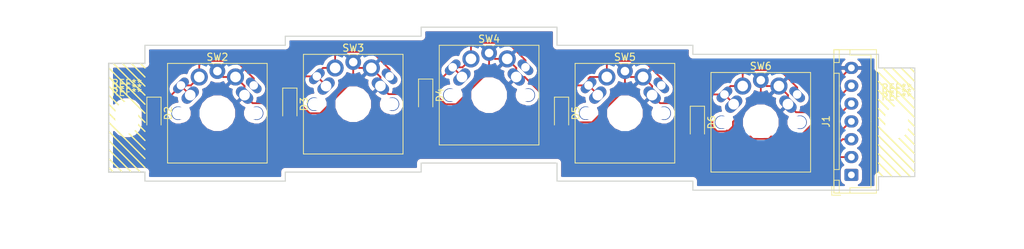
<source format=kicad_pcb>
(kicad_pcb (version 20171130) (host pcbnew 5.0.1)

  (general
    (thickness 1.6)
    (drawings 61)
    (tracks 163)
    (zones 0)
    (modules 17)
    (nets 13)
  )

  (page A4)
  (layers
    (0 F.Cu signal)
    (31 B.Cu signal)
    (32 B.Adhes user)
    (33 F.Adhes user)
    (34 B.Paste user)
    (35 F.Paste user)
    (36 B.SilkS user)
    (37 F.SilkS user)
    (38 B.Mask user)
    (39 F.Mask user)
    (40 Dwgs.User user)
    (41 Cmts.User user)
    (42 Eco1.User user)
    (43 Eco2.User user)
    (44 Edge.Cuts user)
    (45 Margin user)
    (46 B.CrtYd user)
    (47 F.CrtYd user)
    (48 B.Fab user)
    (49 F.Fab user)
  )

  (setup
    (last_trace_width 0.25)
    (trace_clearance 0.2)
    (zone_clearance 0.508)
    (zone_45_only no)
    (trace_min 0.2)
    (segment_width 0.2)
    (edge_width 0.15)
    (via_size 0.8)
    (via_drill 0.4)
    (via_min_size 0.4)
    (via_min_drill 0.3)
    (uvia_size 0.3)
    (uvia_drill 0.1)
    (uvias_allowed no)
    (uvia_min_size 0.2)
    (uvia_min_drill 0.1)
    (pcb_text_width 0.3)
    (pcb_text_size 1.5 1.5)
    (mod_edge_width 0.15)
    (mod_text_size 1 1)
    (mod_text_width 0.15)
    (pad_size 1.524 1.524)
    (pad_drill 0.762)
    (pad_to_mask_clearance 0.051)
    (solder_mask_min_width 0.25)
    (aux_axis_origin 0 0)
    (visible_elements FFFFFF7F)
    (pcbplotparams
      (layerselection 0x010fc_ffffffff)
      (usegerberextensions false)
      (usegerberattributes false)
      (usegerberadvancedattributes false)
      (creategerberjobfile false)
      (excludeedgelayer true)
      (linewidth 0.100000)
      (plotframeref false)
      (viasonmask false)
      (mode 1)
      (useauxorigin false)
      (hpglpennumber 1)
      (hpglpenspeed 20)
      (hpglpendiameter 15.000000)
      (psnegative false)
      (psa4output false)
      (plotreference true)
      (plotvalue true)
      (plotinvisibletext false)
      (padsonsilk false)
      (subtractmaskfromsilk false)
      (outputformat 1)
      (mirror false)
      (drillshape 1)
      (scaleselection 1)
      (outputdirectory ""))
  )

  (net 0 "")
  (net 1 "Net-(D2-Pad1)")
  (net 2 /READ1)
  (net 3 "Net-(D3-Pad1)")
  (net 4 /READ2)
  (net 5 /READ3)
  (net 6 "Net-(D4-Pad1)")
  (net 7 "Net-(D5-Pad1)")
  (net 8 /READ4)
  (net 9 /READ5)
  (net 10 "Net-(D6-Pad1)")
  (net 11 /SELECT)
  (net 12 "Net-(J1-Pad1)")

  (net_class Default "This is the default net class."
    (clearance 0.2)
    (trace_width 0.25)
    (via_dia 0.8)
    (via_drill 0.4)
    (uvia_dia 0.3)
    (uvia_drill 0.1)
    (add_net /READ1)
    (add_net /READ2)
    (add_net /READ3)
    (add_net /READ4)
    (add_net /READ5)
    (add_net /SELECT)
    (add_net "Net-(D2-Pad1)")
    (add_net "Net-(D3-Pad1)")
    (add_net "Net-(D4-Pad1)")
    (add_net "Net-(D5-Pad1)")
    (add_net "Net-(D6-Pad1)")
    (add_net "Net-(J1-Pad1)")
  )

  (module folivora:SW_Cherry_MX1A_1.00u_PCB (layer F.Cu) (tedit 5C66562E) (tstamp 5CB36BF6)
    (at 132.08 64.77)
    (descr "Cherry MX keyswitch, MX1A, 1.00u, PCB mount, http://cherryamericas.com/wp-content/uploads/2014/12/mx_cat.pdf")
    (tags "cherry mx keyswitch MX1A 1.00u PCB")
    (path /5C655737)
    (fp_text reference SW2 (at 0 -7.874) (layer F.SilkS)
      (effects (font (size 1 1) (thickness 0.15)))
    )
    (fp_text value K1 (at 0 7.874) (layer F.Fab)
      (effects (font (size 1 1) (thickness 0.15)))
    )
    (fp_line (start -6.985 6.985) (end -6.985 -6.985) (layer F.SilkS) (width 0.12))
    (fp_line (start 6.985 6.985) (end -6.985 6.985) (layer F.SilkS) (width 0.12))
    (fp_line (start 6.985 -6.985) (end 6.985 6.985) (layer F.SilkS) (width 0.12))
    (fp_line (start -6.985 -6.985) (end 6.985 -6.985) (layer F.SilkS) (width 0.12))
    (fp_line (start -9.525 9.525) (end -9.525 -9.525) (layer Dwgs.User) (width 0.15))
    (fp_line (start 9.525 9.525) (end -9.525 9.525) (layer Dwgs.User) (width 0.15))
    (fp_line (start 9.525 -9.525) (end 9.525 9.525) (layer Dwgs.User) (width 0.15))
    (fp_line (start -9.525 -9.525) (end 9.525 -9.525) (layer Dwgs.User) (width 0.15))
    (fp_line (start -6.6 -6.6) (end 6.6 -6.6) (layer F.CrtYd) (width 0.05))
    (fp_line (start 6.6 -6.6) (end 6.6 6.6) (layer F.CrtYd) (width 0.05))
    (fp_line (start 6.6 6.6) (end -6.6 6.6) (layer F.CrtYd) (width 0.05))
    (fp_line (start -6.6 6.6) (end -6.6 -6.6) (layer F.CrtYd) (width 0.05))
    (fp_line (start -6.35 6.35) (end -6.35 -6.35) (layer F.Fab) (width 0.15))
    (fp_line (start 6.35 6.35) (end -6.35 6.35) (layer F.Fab) (width 0.15))
    (fp_line (start 6.35 -6.35) (end 6.35 6.35) (layer F.Fab) (width 0.15))
    (fp_line (start -6.35 -6.35) (end 6.35 -6.35) (layer F.Fab) (width 0.15))
    (fp_text user %R (at 0 -7.874) (layer F.Fab)
      (effects (font (size 1 1) (thickness 0.15)))
    )
    (pad 1 thru_hole oval (at 5.1 -3.9 45) (size 1.25 2.6) (drill 1.2) (layers *.Cu *.Mask)
      (net 1 "Net-(D2-Pad1)"))
    (pad 1 thru_hole oval (at -5.1 -3.9 315) (size 1.25 2.6) (drill 1.2) (layers *.Cu *.Mask)
      (net 1 "Net-(D2-Pad1)"))
    (pad "" np_thru_hole circle (at 5.5 0) (size 1.9 1.9) (drill 1.7) (layers *.Cu *.Mask))
    (pad "" np_thru_hole circle (at -5.5 0) (size 1.9 1.9) (drill 1.7) (layers *.Cu *.Mask))
    (pad 2 thru_hole circle (at 0 -5.9) (size 2.2 2.2) (drill 1.2) (layers *.Cu *.Mask)
      (net 11 /SELECT))
    (pad 2 thru_hole oval (at 3.81 -2.54 45) (size 1.55 2.8) (drill 1.5) (layers *.Cu *.Mask)
      (net 11 /SELECT))
    (pad 1 thru_hole circle (at -2.54 -5.08) (size 2.4 2.4) (drill 1.5) (layers *.Cu *.Mask)
      (net 1 "Net-(D2-Pad1)"))
    (pad "" np_thru_hole circle (at 5.08 0) (size 1.7 1.7) (drill 1.7) (layers *.Cu *.Mask))
    (pad "" np_thru_hole circle (at -5.08 0) (size 1.7 1.7) (drill 1.7) (layers *.Cu *.Mask))
    (pad "" np_thru_hole circle (at 0 0) (size 4 4) (drill 4) (layers *.Cu *.Mask))
    (pad 1 thru_hole oval (at -3.81 -2.54 315) (size 1.55 2.8) (drill 1.5) (layers *.Cu *.Mask)
      (net 1 "Net-(D2-Pad1)"))
    (pad 2 thru_hole circle (at 2.54 -5.08) (size 2.4 2.4) (drill 1.5) (layers *.Cu *.Mask)
      (net 11 /SELECT))
    (model ${KISYS3DMOD}/Button_Switch_Keyboard.3dshapes/SW_Cherry_MX1A_1.00u_PCB.wrl
      (at (xyz 0 0 0))
      (scale (xyz 1 1 1))
      (rotate (xyz 0 0 0))
    )
  )

  (module folivora:SW_Cherry_MX1A_1.00u_PCB (layer F.Cu) (tedit 5C66562E) (tstamp 5CB36C17)
    (at 151.13 63.5)
    (descr "Cherry MX keyswitch, MX1A, 1.00u, PCB mount, http://cherryamericas.com/wp-content/uploads/2014/12/mx_cat.pdf")
    (tags "cherry mx keyswitch MX1A 1.00u PCB")
    (path /5C6557BF)
    (fp_text reference SW3 (at 0 -7.874) (layer F.SilkS)
      (effects (font (size 1 1) (thickness 0.15)))
    )
    (fp_text value K2 (at 0 7.874) (layer F.Fab)
      (effects (font (size 1 1) (thickness 0.15)))
    )
    (fp_text user %R (at 0 -7.874) (layer F.Fab)
      (effects (font (size 1 1) (thickness 0.15)))
    )
    (fp_line (start -6.35 -6.35) (end 6.35 -6.35) (layer F.Fab) (width 0.15))
    (fp_line (start 6.35 -6.35) (end 6.35 6.35) (layer F.Fab) (width 0.15))
    (fp_line (start 6.35 6.35) (end -6.35 6.35) (layer F.Fab) (width 0.15))
    (fp_line (start -6.35 6.35) (end -6.35 -6.35) (layer F.Fab) (width 0.15))
    (fp_line (start -6.6 6.6) (end -6.6 -6.6) (layer F.CrtYd) (width 0.05))
    (fp_line (start 6.6 6.6) (end -6.6 6.6) (layer F.CrtYd) (width 0.05))
    (fp_line (start 6.6 -6.6) (end 6.6 6.6) (layer F.CrtYd) (width 0.05))
    (fp_line (start -6.6 -6.6) (end 6.6 -6.6) (layer F.CrtYd) (width 0.05))
    (fp_line (start -9.525 -9.525) (end 9.525 -9.525) (layer Dwgs.User) (width 0.15))
    (fp_line (start 9.525 -9.525) (end 9.525 9.525) (layer Dwgs.User) (width 0.15))
    (fp_line (start 9.525 9.525) (end -9.525 9.525) (layer Dwgs.User) (width 0.15))
    (fp_line (start -9.525 9.525) (end -9.525 -9.525) (layer Dwgs.User) (width 0.15))
    (fp_line (start -6.985 -6.985) (end 6.985 -6.985) (layer F.SilkS) (width 0.12))
    (fp_line (start 6.985 -6.985) (end 6.985 6.985) (layer F.SilkS) (width 0.12))
    (fp_line (start 6.985 6.985) (end -6.985 6.985) (layer F.SilkS) (width 0.12))
    (fp_line (start -6.985 6.985) (end -6.985 -6.985) (layer F.SilkS) (width 0.12))
    (pad 2 thru_hole circle (at 2.54 -5.08) (size 2.4 2.4) (drill 1.5) (layers *.Cu *.Mask)
      (net 11 /SELECT))
    (pad 1 thru_hole oval (at -3.81 -2.54 315) (size 1.55 2.8) (drill 1.5) (layers *.Cu *.Mask)
      (net 3 "Net-(D3-Pad1)"))
    (pad "" np_thru_hole circle (at 0 0) (size 4 4) (drill 4) (layers *.Cu *.Mask))
    (pad "" np_thru_hole circle (at -5.08 0) (size 1.7 1.7) (drill 1.7) (layers *.Cu *.Mask))
    (pad "" np_thru_hole circle (at 5.08 0) (size 1.7 1.7) (drill 1.7) (layers *.Cu *.Mask))
    (pad 1 thru_hole circle (at -2.54 -5.08) (size 2.4 2.4) (drill 1.5) (layers *.Cu *.Mask)
      (net 3 "Net-(D3-Pad1)"))
    (pad 2 thru_hole oval (at 3.81 -2.54 45) (size 1.55 2.8) (drill 1.5) (layers *.Cu *.Mask)
      (net 11 /SELECT))
    (pad 2 thru_hole circle (at 0 -5.9) (size 2.2 2.2) (drill 1.2) (layers *.Cu *.Mask)
      (net 11 /SELECT))
    (pad "" np_thru_hole circle (at -5.5 0) (size 1.9 1.9) (drill 1.7) (layers *.Cu *.Mask))
    (pad "" np_thru_hole circle (at 5.5 0) (size 1.9 1.9) (drill 1.7) (layers *.Cu *.Mask))
    (pad 1 thru_hole oval (at -5.1 -3.9 315) (size 1.25 2.6) (drill 1.2) (layers *.Cu *.Mask)
      (net 3 "Net-(D3-Pad1)"))
    (pad 1 thru_hole oval (at 5.1 -3.9 45) (size 1.25 2.6) (drill 1.2) (layers *.Cu *.Mask)
      (net 3 "Net-(D3-Pad1)"))
    (model ${KISYS3DMOD}/Button_Switch_Keyboard.3dshapes/SW_Cherry_MX1A_1.00u_PCB.wrl
      (at (xyz 0 0 0))
      (scale (xyz 1 1 1))
      (rotate (xyz 0 0 0))
    )
  )

  (module folivora:SW_Cherry_MX1A_1.00u_PCB (layer F.Cu) (tedit 5C66562E) (tstamp 5CB36C38)
    (at 170.18 62.23)
    (descr "Cherry MX keyswitch, MX1A, 1.00u, PCB mount, http://cherryamericas.com/wp-content/uploads/2014/12/mx_cat.pdf")
    (tags "cherry mx keyswitch MX1A 1.00u PCB")
    (path /5C6559A1)
    (fp_text reference SW4 (at 0 -7.874) (layer F.SilkS)
      (effects (font (size 1 1) (thickness 0.15)))
    )
    (fp_text value K3 (at 0 7.874) (layer F.Fab)
      (effects (font (size 1 1) (thickness 0.15)))
    )
    (fp_text user %R (at 0 -7.874) (layer F.Fab)
      (effects (font (size 1 1) (thickness 0.15)))
    )
    (fp_line (start -6.35 -6.35) (end 6.35 -6.35) (layer F.Fab) (width 0.15))
    (fp_line (start 6.35 -6.35) (end 6.35 6.35) (layer F.Fab) (width 0.15))
    (fp_line (start 6.35 6.35) (end -6.35 6.35) (layer F.Fab) (width 0.15))
    (fp_line (start -6.35 6.35) (end -6.35 -6.35) (layer F.Fab) (width 0.15))
    (fp_line (start -6.6 6.6) (end -6.6 -6.6) (layer F.CrtYd) (width 0.05))
    (fp_line (start 6.6 6.6) (end -6.6 6.6) (layer F.CrtYd) (width 0.05))
    (fp_line (start 6.6 -6.6) (end 6.6 6.6) (layer F.CrtYd) (width 0.05))
    (fp_line (start -6.6 -6.6) (end 6.6 -6.6) (layer F.CrtYd) (width 0.05))
    (fp_line (start -9.525 -9.525) (end 9.525 -9.525) (layer Dwgs.User) (width 0.15))
    (fp_line (start 9.525 -9.525) (end 9.525 9.525) (layer Dwgs.User) (width 0.15))
    (fp_line (start 9.525 9.525) (end -9.525 9.525) (layer Dwgs.User) (width 0.15))
    (fp_line (start -9.525 9.525) (end -9.525 -9.525) (layer Dwgs.User) (width 0.15))
    (fp_line (start -6.985 -6.985) (end 6.985 -6.985) (layer F.SilkS) (width 0.12))
    (fp_line (start 6.985 -6.985) (end 6.985 6.985) (layer F.SilkS) (width 0.12))
    (fp_line (start 6.985 6.985) (end -6.985 6.985) (layer F.SilkS) (width 0.12))
    (fp_line (start -6.985 6.985) (end -6.985 -6.985) (layer F.SilkS) (width 0.12))
    (pad 2 thru_hole circle (at 2.54 -5.08) (size 2.4 2.4) (drill 1.5) (layers *.Cu *.Mask)
      (net 11 /SELECT))
    (pad 1 thru_hole oval (at -3.81 -2.54 315) (size 1.55 2.8) (drill 1.5) (layers *.Cu *.Mask)
      (net 6 "Net-(D4-Pad1)"))
    (pad "" np_thru_hole circle (at 0 0) (size 4 4) (drill 4) (layers *.Cu *.Mask))
    (pad "" np_thru_hole circle (at -5.08 0) (size 1.7 1.7) (drill 1.7) (layers *.Cu *.Mask))
    (pad "" np_thru_hole circle (at 5.08 0) (size 1.7 1.7) (drill 1.7) (layers *.Cu *.Mask))
    (pad 1 thru_hole circle (at -2.54 -5.08) (size 2.4 2.4) (drill 1.5) (layers *.Cu *.Mask)
      (net 6 "Net-(D4-Pad1)"))
    (pad 2 thru_hole oval (at 3.81 -2.54 45) (size 1.55 2.8) (drill 1.5) (layers *.Cu *.Mask)
      (net 11 /SELECT))
    (pad 2 thru_hole circle (at 0 -5.9) (size 2.2 2.2) (drill 1.2) (layers *.Cu *.Mask)
      (net 11 /SELECT))
    (pad "" np_thru_hole circle (at -5.5 0) (size 1.9 1.9) (drill 1.7) (layers *.Cu *.Mask))
    (pad "" np_thru_hole circle (at 5.5 0) (size 1.9 1.9) (drill 1.7) (layers *.Cu *.Mask))
    (pad 1 thru_hole oval (at -5.1 -3.9 315) (size 1.25 2.6) (drill 1.2) (layers *.Cu *.Mask)
      (net 6 "Net-(D4-Pad1)"))
    (pad 1 thru_hole oval (at 5.1 -3.9 45) (size 1.25 2.6) (drill 1.2) (layers *.Cu *.Mask)
      (net 6 "Net-(D4-Pad1)"))
    (model ${KISYS3DMOD}/Button_Switch_Keyboard.3dshapes/SW_Cherry_MX1A_1.00u_PCB.wrl
      (at (xyz 0 0 0))
      (scale (xyz 1 1 1))
      (rotate (xyz 0 0 0))
    )
  )

  (module folivora:SW_Cherry_MX1A_1.00u_PCB (layer F.Cu) (tedit 5C66562E) (tstamp 5CB36C59)
    (at 189.23 64.77)
    (descr "Cherry MX keyswitch, MX1A, 1.00u, PCB mount, http://cherryamericas.com/wp-content/uploads/2014/12/mx_cat.pdf")
    (tags "cherry mx keyswitch MX1A 1.00u PCB")
    (path /5C6562D0)
    (fp_text reference SW5 (at 0 -7.874) (layer F.SilkS)
      (effects (font (size 1 1) (thickness 0.15)))
    )
    (fp_text value K4 (at 0 7.874) (layer F.Fab)
      (effects (font (size 1 1) (thickness 0.15)))
    )
    (fp_line (start -6.985 6.985) (end -6.985 -6.985) (layer F.SilkS) (width 0.12))
    (fp_line (start 6.985 6.985) (end -6.985 6.985) (layer F.SilkS) (width 0.12))
    (fp_line (start 6.985 -6.985) (end 6.985 6.985) (layer F.SilkS) (width 0.12))
    (fp_line (start -6.985 -6.985) (end 6.985 -6.985) (layer F.SilkS) (width 0.12))
    (fp_line (start -9.525 9.525) (end -9.525 -9.525) (layer Dwgs.User) (width 0.15))
    (fp_line (start 9.525 9.525) (end -9.525 9.525) (layer Dwgs.User) (width 0.15))
    (fp_line (start 9.525 -9.525) (end 9.525 9.525) (layer Dwgs.User) (width 0.15))
    (fp_line (start -9.525 -9.525) (end 9.525 -9.525) (layer Dwgs.User) (width 0.15))
    (fp_line (start -6.6 -6.6) (end 6.6 -6.6) (layer F.CrtYd) (width 0.05))
    (fp_line (start 6.6 -6.6) (end 6.6 6.6) (layer F.CrtYd) (width 0.05))
    (fp_line (start 6.6 6.6) (end -6.6 6.6) (layer F.CrtYd) (width 0.05))
    (fp_line (start -6.6 6.6) (end -6.6 -6.6) (layer F.CrtYd) (width 0.05))
    (fp_line (start -6.35 6.35) (end -6.35 -6.35) (layer F.Fab) (width 0.15))
    (fp_line (start 6.35 6.35) (end -6.35 6.35) (layer F.Fab) (width 0.15))
    (fp_line (start 6.35 -6.35) (end 6.35 6.35) (layer F.Fab) (width 0.15))
    (fp_line (start -6.35 -6.35) (end 6.35 -6.35) (layer F.Fab) (width 0.15))
    (fp_text user %R (at 0 -7.874) (layer F.Fab)
      (effects (font (size 1 1) (thickness 0.15)))
    )
    (pad 1 thru_hole oval (at 5.1 -3.9 45) (size 1.25 2.6) (drill 1.2) (layers *.Cu *.Mask)
      (net 7 "Net-(D5-Pad1)"))
    (pad 1 thru_hole oval (at -5.1 -3.9 315) (size 1.25 2.6) (drill 1.2) (layers *.Cu *.Mask)
      (net 7 "Net-(D5-Pad1)"))
    (pad "" np_thru_hole circle (at 5.5 0) (size 1.9 1.9) (drill 1.7) (layers *.Cu *.Mask))
    (pad "" np_thru_hole circle (at -5.5 0) (size 1.9 1.9) (drill 1.7) (layers *.Cu *.Mask))
    (pad 2 thru_hole circle (at 0 -5.9) (size 2.2 2.2) (drill 1.2) (layers *.Cu *.Mask)
      (net 11 /SELECT))
    (pad 2 thru_hole oval (at 3.81 -2.54 45) (size 1.55 2.8) (drill 1.5) (layers *.Cu *.Mask)
      (net 11 /SELECT))
    (pad 1 thru_hole circle (at -2.54 -5.08) (size 2.4 2.4) (drill 1.5) (layers *.Cu *.Mask)
      (net 7 "Net-(D5-Pad1)"))
    (pad "" np_thru_hole circle (at 5.08 0) (size 1.7 1.7) (drill 1.7) (layers *.Cu *.Mask))
    (pad "" np_thru_hole circle (at -5.08 0) (size 1.7 1.7) (drill 1.7) (layers *.Cu *.Mask))
    (pad "" np_thru_hole circle (at 0 0) (size 4 4) (drill 4) (layers *.Cu *.Mask))
    (pad 1 thru_hole oval (at -3.81 -2.54 315) (size 1.55 2.8) (drill 1.5) (layers *.Cu *.Mask)
      (net 7 "Net-(D5-Pad1)"))
    (pad 2 thru_hole circle (at 2.54 -5.08) (size 2.4 2.4) (drill 1.5) (layers *.Cu *.Mask)
      (net 11 /SELECT))
    (model ${KISYS3DMOD}/Button_Switch_Keyboard.3dshapes/SW_Cherry_MX1A_1.00u_PCB.wrl
      (at (xyz 0 0 0))
      (scale (xyz 1 1 1))
      (rotate (xyz 0 0 0))
    )
  )

  (module folivora:SW_Cherry_MX1A_1.00u_PCB (layer F.Cu) (tedit 5C66562E) (tstamp 5CB36C7A)
    (at 208.28 66.04)
    (descr "Cherry MX keyswitch, MX1A, 1.00u, PCB mount, http://cherryamericas.com/wp-content/uploads/2014/12/mx_cat.pdf")
    (tags "cherry mx keyswitch MX1A 1.00u PCB")
    (path /5C6562D6)
    (fp_text reference SW6 (at 0 -7.874) (layer F.SilkS)
      (effects (font (size 1 1) (thickness 0.15)))
    )
    (fp_text value K5 (at 0 7.874) (layer F.Fab)
      (effects (font (size 1 1) (thickness 0.15)))
    )
    (fp_text user %R (at 0 -7.874) (layer F.Fab)
      (effects (font (size 1 1) (thickness 0.15)))
    )
    (fp_line (start -6.35 -6.35) (end 6.35 -6.35) (layer F.Fab) (width 0.15))
    (fp_line (start 6.35 -6.35) (end 6.35 6.35) (layer F.Fab) (width 0.15))
    (fp_line (start 6.35 6.35) (end -6.35 6.35) (layer F.Fab) (width 0.15))
    (fp_line (start -6.35 6.35) (end -6.35 -6.35) (layer F.Fab) (width 0.15))
    (fp_line (start -6.6 6.6) (end -6.6 -6.6) (layer F.CrtYd) (width 0.05))
    (fp_line (start 6.6 6.6) (end -6.6 6.6) (layer F.CrtYd) (width 0.05))
    (fp_line (start 6.6 -6.6) (end 6.6 6.6) (layer F.CrtYd) (width 0.05))
    (fp_line (start -6.6 -6.6) (end 6.6 -6.6) (layer F.CrtYd) (width 0.05))
    (fp_line (start -9.525 -9.525) (end 9.525 -9.525) (layer Dwgs.User) (width 0.15))
    (fp_line (start 9.525 -9.525) (end 9.525 9.525) (layer Dwgs.User) (width 0.15))
    (fp_line (start 9.525 9.525) (end -9.525 9.525) (layer Dwgs.User) (width 0.15))
    (fp_line (start -9.525 9.525) (end -9.525 -9.525) (layer Dwgs.User) (width 0.15))
    (fp_line (start -6.985 -6.985) (end 6.985 -6.985) (layer F.SilkS) (width 0.12))
    (fp_line (start 6.985 -6.985) (end 6.985 6.985) (layer F.SilkS) (width 0.12))
    (fp_line (start 6.985 6.985) (end -6.985 6.985) (layer F.SilkS) (width 0.12))
    (fp_line (start -6.985 6.985) (end -6.985 -6.985) (layer F.SilkS) (width 0.12))
    (pad 2 thru_hole circle (at 2.54 -5.08) (size 2.4 2.4) (drill 1.5) (layers *.Cu *.Mask)
      (net 11 /SELECT))
    (pad 1 thru_hole oval (at -3.81 -2.54 315) (size 1.55 2.8) (drill 1.5) (layers *.Cu *.Mask)
      (net 10 "Net-(D6-Pad1)"))
    (pad "" np_thru_hole circle (at 0 0) (size 4 4) (drill 4) (layers *.Cu *.Mask))
    (pad "" np_thru_hole circle (at -5.08 0) (size 1.7 1.7) (drill 1.7) (layers *.Cu *.Mask))
    (pad "" np_thru_hole circle (at 5.08 0) (size 1.7 1.7) (drill 1.7) (layers *.Cu *.Mask))
    (pad 1 thru_hole circle (at -2.54 -5.08) (size 2.4 2.4) (drill 1.5) (layers *.Cu *.Mask)
      (net 10 "Net-(D6-Pad1)"))
    (pad 2 thru_hole oval (at 3.81 -2.54 45) (size 1.55 2.8) (drill 1.5) (layers *.Cu *.Mask)
      (net 11 /SELECT))
    (pad 2 thru_hole circle (at 0 -5.9) (size 2.2 2.2) (drill 1.2) (layers *.Cu *.Mask)
      (net 11 /SELECT))
    (pad "" np_thru_hole circle (at -5.5 0) (size 1.9 1.9) (drill 1.7) (layers *.Cu *.Mask))
    (pad "" np_thru_hole circle (at 5.5 0) (size 1.9 1.9) (drill 1.7) (layers *.Cu *.Mask))
    (pad 1 thru_hole oval (at -5.1 -3.9 315) (size 1.25 2.6) (drill 1.2) (layers *.Cu *.Mask)
      (net 10 "Net-(D6-Pad1)"))
    (pad 1 thru_hole oval (at 5.1 -3.9 45) (size 1.25 2.6) (drill 1.2) (layers *.Cu *.Mask)
      (net 10 "Net-(D6-Pad1)"))
    (model ${KISYS3DMOD}/Button_Switch_Keyboard.3dshapes/SW_Cherry_MX1A_1.00u_PCB.wrl
      (at (xyz 0 0 0))
      (scale (xyz 1 1 1))
      (rotate (xyz 0 0 0))
    )
  )

  (module Connector_JST:JST_XH_B07B-XH-A_1x07_P2.50mm_Vertical (layer F.Cu) (tedit 5B7754C5) (tstamp 5CB36322)
    (at 220.98 73.42 90)
    (descr "JST XH series connector, B07B-XH-A (http://www.jst-mfg.com/product/pdf/eng/eXH.pdf), generated with kicad-footprint-generator")
    (tags "connector JST XH side entry")
    (path /5C656E3F)
    (fp_text reference J1 (at 7.5 -3.55 90) (layer F.SilkS)
      (effects (font (size 1 1) (thickness 0.15)))
    )
    (fp_text value INTERFACE (at 7.5 4.6 90) (layer F.Fab)
      (effects (font (size 1 1) (thickness 0.15)))
    )
    (fp_line (start -2.45 -2.35) (end -2.45 3.4) (layer F.Fab) (width 0.1))
    (fp_line (start -2.45 3.4) (end 17.45 3.4) (layer F.Fab) (width 0.1))
    (fp_line (start 17.45 3.4) (end 17.45 -2.35) (layer F.Fab) (width 0.1))
    (fp_line (start 17.45 -2.35) (end -2.45 -2.35) (layer F.Fab) (width 0.1))
    (fp_line (start -2.56 -2.46) (end -2.56 3.51) (layer F.SilkS) (width 0.12))
    (fp_line (start -2.56 3.51) (end 17.56 3.51) (layer F.SilkS) (width 0.12))
    (fp_line (start 17.56 3.51) (end 17.56 -2.46) (layer F.SilkS) (width 0.12))
    (fp_line (start 17.56 -2.46) (end -2.56 -2.46) (layer F.SilkS) (width 0.12))
    (fp_line (start -2.95 -2.85) (end -2.95 3.9) (layer F.CrtYd) (width 0.05))
    (fp_line (start -2.95 3.9) (end 17.95 3.9) (layer F.CrtYd) (width 0.05))
    (fp_line (start 17.95 3.9) (end 17.95 -2.85) (layer F.CrtYd) (width 0.05))
    (fp_line (start 17.95 -2.85) (end -2.95 -2.85) (layer F.CrtYd) (width 0.05))
    (fp_line (start -0.625 -2.35) (end 0 -1.35) (layer F.Fab) (width 0.1))
    (fp_line (start 0 -1.35) (end 0.625 -2.35) (layer F.Fab) (width 0.1))
    (fp_line (start 0.75 -2.45) (end 0.75 -1.7) (layer F.SilkS) (width 0.12))
    (fp_line (start 0.75 -1.7) (end 14.25 -1.7) (layer F.SilkS) (width 0.12))
    (fp_line (start 14.25 -1.7) (end 14.25 -2.45) (layer F.SilkS) (width 0.12))
    (fp_line (start 14.25 -2.45) (end 0.75 -2.45) (layer F.SilkS) (width 0.12))
    (fp_line (start -2.55 -2.45) (end -2.55 -1.7) (layer F.SilkS) (width 0.12))
    (fp_line (start -2.55 -1.7) (end -0.75 -1.7) (layer F.SilkS) (width 0.12))
    (fp_line (start -0.75 -1.7) (end -0.75 -2.45) (layer F.SilkS) (width 0.12))
    (fp_line (start -0.75 -2.45) (end -2.55 -2.45) (layer F.SilkS) (width 0.12))
    (fp_line (start 15.75 -2.45) (end 15.75 -1.7) (layer F.SilkS) (width 0.12))
    (fp_line (start 15.75 -1.7) (end 17.55 -1.7) (layer F.SilkS) (width 0.12))
    (fp_line (start 17.55 -1.7) (end 17.55 -2.45) (layer F.SilkS) (width 0.12))
    (fp_line (start 17.55 -2.45) (end 15.75 -2.45) (layer F.SilkS) (width 0.12))
    (fp_line (start -2.55 -0.2) (end -1.8 -0.2) (layer F.SilkS) (width 0.12))
    (fp_line (start -1.8 -0.2) (end -1.8 2.75) (layer F.SilkS) (width 0.12))
    (fp_line (start -1.8 2.75) (end 7.5 2.75) (layer F.SilkS) (width 0.12))
    (fp_line (start 17.55 -0.2) (end 16.8 -0.2) (layer F.SilkS) (width 0.12))
    (fp_line (start 16.8 -0.2) (end 16.8 2.75) (layer F.SilkS) (width 0.12))
    (fp_line (start 16.8 2.75) (end 7.5 2.75) (layer F.SilkS) (width 0.12))
    (fp_line (start -1.6 -2.75) (end -2.85 -2.75) (layer F.SilkS) (width 0.12))
    (fp_line (start -2.85 -2.75) (end -2.85 -1.5) (layer F.SilkS) (width 0.12))
    (fp_text user %R (at 7.5 2.7 90) (layer F.Fab)
      (effects (font (size 1 1) (thickness 0.15)))
    )
    (pad 1 thru_hole roundrect (at 0 0 90) (size 1.7 1.95) (drill 0.95) (layers *.Cu *.Mask) (roundrect_rratio 0.147059)
      (net 12 "Net-(J1-Pad1)"))
    (pad 2 thru_hole oval (at 2.5 0 90) (size 1.7 1.95) (drill 0.95) (layers *.Cu *.Mask)
      (net 2 /READ1))
    (pad 3 thru_hole oval (at 5 0 90) (size 1.7 1.95) (drill 0.95) (layers *.Cu *.Mask)
      (net 4 /READ2))
    (pad 4 thru_hole oval (at 7.5 0 90) (size 1.7 1.95) (drill 0.95) (layers *.Cu *.Mask)
      (net 5 /READ3))
    (pad 5 thru_hole oval (at 10 0 90) (size 1.7 1.95) (drill 0.95) (layers *.Cu *.Mask)
      (net 8 /READ4))
    (pad 6 thru_hole oval (at 12.5 0 90) (size 1.7 1.95) (drill 0.95) (layers *.Cu *.Mask)
      (net 9 /READ5))
    (pad 7 thru_hole oval (at 15 0 90) (size 1.7 1.95) (drill 0.95) (layers *.Cu *.Mask)
      (net 11 /SELECT))
    (model ${KISYS3DMOD}/Connector_JST.3dshapes/JST_XH_B07B-XH-A_1x07_P2.50mm_Vertical.wrl
      (at (xyz 0 0 0))
      (scale (xyz 1 1 1))
      (rotate (xyz 0 0 0))
    )
  )

  (module Diode_SMD:D_SOD-123 (layer F.Cu) (tedit 58645DC7) (tstamp 5C7197FD)
    (at 123.19 64.77 270)
    (descr SOD-123)
    (tags SOD-123)
    (path /5C655A7E)
    (attr smd)
    (fp_text reference D2 (at 0 -2 270) (layer F.SilkS)
      (effects (font (size 1 1) (thickness 0.15)))
    )
    (fp_text value D (at 0 2.1 270) (layer F.Fab)
      (effects (font (size 1 1) (thickness 0.15)))
    )
    (fp_text user %R (at 0 -2 270) (layer F.Fab)
      (effects (font (size 1 1) (thickness 0.15)))
    )
    (fp_line (start -2.25 -1) (end -2.25 1) (layer F.SilkS) (width 0.12))
    (fp_line (start 0.25 0) (end 0.75 0) (layer F.Fab) (width 0.1))
    (fp_line (start 0.25 0.4) (end -0.35 0) (layer F.Fab) (width 0.1))
    (fp_line (start 0.25 -0.4) (end 0.25 0.4) (layer F.Fab) (width 0.1))
    (fp_line (start -0.35 0) (end 0.25 -0.4) (layer F.Fab) (width 0.1))
    (fp_line (start -0.35 0) (end -0.35 0.55) (layer F.Fab) (width 0.1))
    (fp_line (start -0.35 0) (end -0.35 -0.55) (layer F.Fab) (width 0.1))
    (fp_line (start -0.75 0) (end -0.35 0) (layer F.Fab) (width 0.1))
    (fp_line (start -1.4 0.9) (end -1.4 -0.9) (layer F.Fab) (width 0.1))
    (fp_line (start 1.4 0.9) (end -1.4 0.9) (layer F.Fab) (width 0.1))
    (fp_line (start 1.4 -0.9) (end 1.4 0.9) (layer F.Fab) (width 0.1))
    (fp_line (start -1.4 -0.9) (end 1.4 -0.9) (layer F.Fab) (width 0.1))
    (fp_line (start -2.35 -1.15) (end 2.35 -1.15) (layer F.CrtYd) (width 0.05))
    (fp_line (start 2.35 -1.15) (end 2.35 1.15) (layer F.CrtYd) (width 0.05))
    (fp_line (start 2.35 1.15) (end -2.35 1.15) (layer F.CrtYd) (width 0.05))
    (fp_line (start -2.35 -1.15) (end -2.35 1.15) (layer F.CrtYd) (width 0.05))
    (fp_line (start -2.25 1) (end 1.65 1) (layer F.SilkS) (width 0.12))
    (fp_line (start -2.25 -1) (end 1.65 -1) (layer F.SilkS) (width 0.12))
    (pad 1 smd rect (at -1.65 0 270) (size 0.9 1.2) (layers F.Cu F.Paste F.Mask)
      (net 1 "Net-(D2-Pad1)"))
    (pad 2 smd rect (at 1.65 0 270) (size 0.9 1.2) (layers F.Cu F.Paste F.Mask)
      (net 2 /READ1))
    (model ${KISYS3DMOD}/Diode_SMD.3dshapes/D_SOD-123.wrl
      (at (xyz 0 0 0))
      (scale (xyz 1 1 1))
      (rotate (xyz 0 0 0))
    )
  )

  (module Diode_SMD:D_SOD-123 (layer F.Cu) (tedit 58645DC7) (tstamp 5C719816)
    (at 142.24 63.5 270)
    (descr SOD-123)
    (tags SOD-123)
    (path /5C655CE4)
    (attr smd)
    (fp_text reference D3 (at 0 -2 270) (layer F.SilkS)
      (effects (font (size 1 1) (thickness 0.15)))
    )
    (fp_text value D (at 0 2.1 270) (layer F.Fab)
      (effects (font (size 1 1) (thickness 0.15)))
    )
    (fp_text user %R (at 0 -2 270) (layer F.Fab)
      (effects (font (size 1 1) (thickness 0.15)))
    )
    (fp_line (start -2.25 -1) (end -2.25 1) (layer F.SilkS) (width 0.12))
    (fp_line (start 0.25 0) (end 0.75 0) (layer F.Fab) (width 0.1))
    (fp_line (start 0.25 0.4) (end -0.35 0) (layer F.Fab) (width 0.1))
    (fp_line (start 0.25 -0.4) (end 0.25 0.4) (layer F.Fab) (width 0.1))
    (fp_line (start -0.35 0) (end 0.25 -0.4) (layer F.Fab) (width 0.1))
    (fp_line (start -0.35 0) (end -0.35 0.55) (layer F.Fab) (width 0.1))
    (fp_line (start -0.35 0) (end -0.35 -0.55) (layer F.Fab) (width 0.1))
    (fp_line (start -0.75 0) (end -0.35 0) (layer F.Fab) (width 0.1))
    (fp_line (start -1.4 0.9) (end -1.4 -0.9) (layer F.Fab) (width 0.1))
    (fp_line (start 1.4 0.9) (end -1.4 0.9) (layer F.Fab) (width 0.1))
    (fp_line (start 1.4 -0.9) (end 1.4 0.9) (layer F.Fab) (width 0.1))
    (fp_line (start -1.4 -0.9) (end 1.4 -0.9) (layer F.Fab) (width 0.1))
    (fp_line (start -2.35 -1.15) (end 2.35 -1.15) (layer F.CrtYd) (width 0.05))
    (fp_line (start 2.35 -1.15) (end 2.35 1.15) (layer F.CrtYd) (width 0.05))
    (fp_line (start 2.35 1.15) (end -2.35 1.15) (layer F.CrtYd) (width 0.05))
    (fp_line (start -2.35 -1.15) (end -2.35 1.15) (layer F.CrtYd) (width 0.05))
    (fp_line (start -2.25 1) (end 1.65 1) (layer F.SilkS) (width 0.12))
    (fp_line (start -2.25 -1) (end 1.65 -1) (layer F.SilkS) (width 0.12))
    (pad 1 smd rect (at -1.65 0 270) (size 0.9 1.2) (layers F.Cu F.Paste F.Mask)
      (net 3 "Net-(D3-Pad1)"))
    (pad 2 smd rect (at 1.65 0 270) (size 0.9 1.2) (layers F.Cu F.Paste F.Mask)
      (net 4 /READ2))
    (model ${KISYS3DMOD}/Diode_SMD.3dshapes/D_SOD-123.wrl
      (at (xyz 0 0 0))
      (scale (xyz 1 1 1))
      (rotate (xyz 0 0 0))
    )
  )

  (module Diode_SMD:D_SOD-123 (layer F.Cu) (tedit 58645DC7) (tstamp 5C71982F)
    (at 161.29 62.23 270)
    (descr SOD-123)
    (tags SOD-123)
    (path /5C655DC6)
    (attr smd)
    (fp_text reference D4 (at 0 -2 270) (layer F.SilkS)
      (effects (font (size 1 1) (thickness 0.15)))
    )
    (fp_text value D (at 0 2.1 270) (layer F.Fab)
      (effects (font (size 1 1) (thickness 0.15)))
    )
    (fp_line (start -2.25 -1) (end 1.65 -1) (layer F.SilkS) (width 0.12))
    (fp_line (start -2.25 1) (end 1.65 1) (layer F.SilkS) (width 0.12))
    (fp_line (start -2.35 -1.15) (end -2.35 1.15) (layer F.CrtYd) (width 0.05))
    (fp_line (start 2.35 1.15) (end -2.35 1.15) (layer F.CrtYd) (width 0.05))
    (fp_line (start 2.35 -1.15) (end 2.35 1.15) (layer F.CrtYd) (width 0.05))
    (fp_line (start -2.35 -1.15) (end 2.35 -1.15) (layer F.CrtYd) (width 0.05))
    (fp_line (start -1.4 -0.9) (end 1.4 -0.9) (layer F.Fab) (width 0.1))
    (fp_line (start 1.4 -0.9) (end 1.4 0.9) (layer F.Fab) (width 0.1))
    (fp_line (start 1.4 0.9) (end -1.4 0.9) (layer F.Fab) (width 0.1))
    (fp_line (start -1.4 0.9) (end -1.4 -0.9) (layer F.Fab) (width 0.1))
    (fp_line (start -0.75 0) (end -0.35 0) (layer F.Fab) (width 0.1))
    (fp_line (start -0.35 0) (end -0.35 -0.55) (layer F.Fab) (width 0.1))
    (fp_line (start -0.35 0) (end -0.35 0.55) (layer F.Fab) (width 0.1))
    (fp_line (start -0.35 0) (end 0.25 -0.4) (layer F.Fab) (width 0.1))
    (fp_line (start 0.25 -0.4) (end 0.25 0.4) (layer F.Fab) (width 0.1))
    (fp_line (start 0.25 0.4) (end -0.35 0) (layer F.Fab) (width 0.1))
    (fp_line (start 0.25 0) (end 0.75 0) (layer F.Fab) (width 0.1))
    (fp_line (start -2.25 -1) (end -2.25 1) (layer F.SilkS) (width 0.12))
    (fp_text user %R (at 0 -2 270) (layer F.Fab)
      (effects (font (size 1 1) (thickness 0.15)))
    )
    (pad 2 smd rect (at 1.65 0 270) (size 0.9 1.2) (layers F.Cu F.Paste F.Mask)
      (net 5 /READ3))
    (pad 1 smd rect (at -1.65 0 270) (size 0.9 1.2) (layers F.Cu F.Paste F.Mask)
      (net 6 "Net-(D4-Pad1)"))
    (model ${KISYS3DMOD}/Diode_SMD.3dshapes/D_SOD-123.wrl
      (at (xyz 0 0 0))
      (scale (xyz 1 1 1))
      (rotate (xyz 0 0 0))
    )
  )

  (module Diode_SMD:D_SOD-123 (layer F.Cu) (tedit 58645DC7) (tstamp 5C719848)
    (at 180.34 64.77 270)
    (descr SOD-123)
    (tags SOD-123)
    (path /5C6562DC)
    (attr smd)
    (fp_text reference D5 (at 0 -2 270) (layer F.SilkS)
      (effects (font (size 1 1) (thickness 0.15)))
    )
    (fp_text value D (at 0 2.1 270) (layer F.Fab)
      (effects (font (size 1 1) (thickness 0.15)))
    )
    (fp_text user %R (at 0 -2 270) (layer F.Fab)
      (effects (font (size 1 1) (thickness 0.15)))
    )
    (fp_line (start -2.25 -1) (end -2.25 1) (layer F.SilkS) (width 0.12))
    (fp_line (start 0.25 0) (end 0.75 0) (layer F.Fab) (width 0.1))
    (fp_line (start 0.25 0.4) (end -0.35 0) (layer F.Fab) (width 0.1))
    (fp_line (start 0.25 -0.4) (end 0.25 0.4) (layer F.Fab) (width 0.1))
    (fp_line (start -0.35 0) (end 0.25 -0.4) (layer F.Fab) (width 0.1))
    (fp_line (start -0.35 0) (end -0.35 0.55) (layer F.Fab) (width 0.1))
    (fp_line (start -0.35 0) (end -0.35 -0.55) (layer F.Fab) (width 0.1))
    (fp_line (start -0.75 0) (end -0.35 0) (layer F.Fab) (width 0.1))
    (fp_line (start -1.4 0.9) (end -1.4 -0.9) (layer F.Fab) (width 0.1))
    (fp_line (start 1.4 0.9) (end -1.4 0.9) (layer F.Fab) (width 0.1))
    (fp_line (start 1.4 -0.9) (end 1.4 0.9) (layer F.Fab) (width 0.1))
    (fp_line (start -1.4 -0.9) (end 1.4 -0.9) (layer F.Fab) (width 0.1))
    (fp_line (start -2.35 -1.15) (end 2.35 -1.15) (layer F.CrtYd) (width 0.05))
    (fp_line (start 2.35 -1.15) (end 2.35 1.15) (layer F.CrtYd) (width 0.05))
    (fp_line (start 2.35 1.15) (end -2.35 1.15) (layer F.CrtYd) (width 0.05))
    (fp_line (start -2.35 -1.15) (end -2.35 1.15) (layer F.CrtYd) (width 0.05))
    (fp_line (start -2.25 1) (end 1.65 1) (layer F.SilkS) (width 0.12))
    (fp_line (start -2.25 -1) (end 1.65 -1) (layer F.SilkS) (width 0.12))
    (pad 1 smd rect (at -1.65 0 270) (size 0.9 1.2) (layers F.Cu F.Paste F.Mask)
      (net 7 "Net-(D5-Pad1)"))
    (pad 2 smd rect (at 1.65 0 270) (size 0.9 1.2) (layers F.Cu F.Paste F.Mask)
      (net 8 /READ4))
    (model ${KISYS3DMOD}/Diode_SMD.3dshapes/D_SOD-123.wrl
      (at (xyz 0 0 0))
      (scale (xyz 1 1 1))
      (rotate (xyz 0 0 0))
    )
  )

  (module Diode_SMD:D_SOD-123 (layer F.Cu) (tedit 58645DC7) (tstamp 5C71A25C)
    (at 199.39 66.04 270)
    (descr SOD-123)
    (tags SOD-123)
    (path /5C6562E2)
    (attr smd)
    (fp_text reference D6 (at 0 -2 270) (layer F.SilkS)
      (effects (font (size 1 1) (thickness 0.15)))
    )
    (fp_text value D (at 0 2.1 270) (layer F.Fab)
      (effects (font (size 1 1) (thickness 0.15)))
    )
    (fp_line (start -2.25 -1) (end 1.65 -1) (layer F.SilkS) (width 0.12))
    (fp_line (start -2.25 1) (end 1.65 1) (layer F.SilkS) (width 0.12))
    (fp_line (start -2.35 -1.15) (end -2.35 1.15) (layer F.CrtYd) (width 0.05))
    (fp_line (start 2.35 1.15) (end -2.35 1.15) (layer F.CrtYd) (width 0.05))
    (fp_line (start 2.35 -1.15) (end 2.35 1.15) (layer F.CrtYd) (width 0.05))
    (fp_line (start -2.35 -1.15) (end 2.35 -1.15) (layer F.CrtYd) (width 0.05))
    (fp_line (start -1.4 -0.9) (end 1.4 -0.9) (layer F.Fab) (width 0.1))
    (fp_line (start 1.4 -0.9) (end 1.4 0.9) (layer F.Fab) (width 0.1))
    (fp_line (start 1.4 0.9) (end -1.4 0.9) (layer F.Fab) (width 0.1))
    (fp_line (start -1.4 0.9) (end -1.4 -0.9) (layer F.Fab) (width 0.1))
    (fp_line (start -0.75 0) (end -0.35 0) (layer F.Fab) (width 0.1))
    (fp_line (start -0.35 0) (end -0.35 -0.55) (layer F.Fab) (width 0.1))
    (fp_line (start -0.35 0) (end -0.35 0.55) (layer F.Fab) (width 0.1))
    (fp_line (start -0.35 0) (end 0.25 -0.4) (layer F.Fab) (width 0.1))
    (fp_line (start 0.25 -0.4) (end 0.25 0.4) (layer F.Fab) (width 0.1))
    (fp_line (start 0.25 0.4) (end -0.35 0) (layer F.Fab) (width 0.1))
    (fp_line (start 0.25 0) (end 0.75 0) (layer F.Fab) (width 0.1))
    (fp_line (start -2.25 -1) (end -2.25 1) (layer F.SilkS) (width 0.12))
    (fp_text user %R (at 0 -2 270) (layer F.Fab)
      (effects (font (size 1 1) (thickness 0.15)))
    )
    (pad 2 smd rect (at 1.65 0 270) (size 0.9 1.2) (layers F.Cu F.Paste F.Mask)
      (net 9 /READ5))
    (pad 1 smd rect (at -1.65 0 270) (size 0.9 1.2) (layers F.Cu F.Paste F.Mask)
      (net 10 "Net-(D6-Pad1)"))
    (model ${KISYS3DMOD}/Diode_SMD.3dshapes/D_SOD-123.wrl
      (at (xyz 0 0 0))
      (scale (xyz 1 1 1))
      (rotate (xyz 0 0 0))
    )
  )

  (module MountingHole:MountingHole_3.2mm_M3 (layer F.Cu) (tedit 56D1B4CB) (tstamp 5C685C90)
    (at 119.38 65.405)
    (descr "Mounting Hole 3.2mm, no annular, M3")
    (tags "mounting hole 3.2mm no annular m3")
    (attr virtual)
    (fp_text reference REF** (at 0 -4.2) (layer F.SilkS)
      (effects (font (size 1 1) (thickness 0.15)))
    )
    (fp_text value MountingHole_3.2mm_M3 (at 0 4.2) (layer F.Fab)
      (effects (font (size 1 1) (thickness 0.15)))
    )
    (fp_circle (center 0 0) (end 3.45 0) (layer F.CrtYd) (width 0.05))
    (fp_circle (center 0 0) (end 3.2 0) (layer Cmts.User) (width 0.15))
    (fp_text user %R (at 0.3 0) (layer F.Fab)
      (effects (font (size 1 1) (thickness 0.15)))
    )
    (pad 1 np_thru_hole circle (at 0 0) (size 3.2 3.2) (drill 3.2) (layers *.Cu *.Mask))
  )

  (module MountingHole:MountingHole_3.2mm_M3 (layer F.Cu) (tedit 56D1B4CB) (tstamp 5C685CBC)
    (at 119.38 66.04)
    (descr "Mounting Hole 3.2mm, no annular, M3")
    (tags "mounting hole 3.2mm no annular m3")
    (attr virtual)
    (fp_text reference REF** (at 0 -4.2) (layer F.SilkS)
      (effects (font (size 1 1) (thickness 0.15)))
    )
    (fp_text value MountingHole_3.2mm_M3 (at 0 4.2) (layer F.Fab)
      (effects (font (size 1 1) (thickness 0.15)))
    )
    (fp_circle (center 0 0) (end 3.45 0) (layer F.CrtYd) (width 0.05))
    (fp_circle (center 0 0) (end 3.2 0) (layer Cmts.User) (width 0.15))
    (fp_text user %R (at 0.3 0) (layer F.Fab)
      (effects (font (size 1 1) (thickness 0.15)))
    )
    (pad 1 np_thru_hole circle (at 0 0) (size 3.2 3.2) (drill 3.2) (layers *.Cu *.Mask))
  )

  (module MountingHole:MountingHole_3.2mm_M3 (layer F.Cu) (tedit 56D1B4CB) (tstamp 5C685CCB)
    (at 119.38 64.77)
    (descr "Mounting Hole 3.2mm, no annular, M3")
    (tags "mounting hole 3.2mm no annular m3")
    (attr virtual)
    (fp_text reference REF** (at 0 -4.2) (layer F.SilkS)
      (effects (font (size 1 1) (thickness 0.15)))
    )
    (fp_text value MountingHole_3.2mm_M3 (at 0 4.2) (layer F.Fab)
      (effects (font (size 1 1) (thickness 0.15)))
    )
    (fp_circle (center 0 0) (end 3.45 0) (layer F.CrtYd) (width 0.05))
    (fp_circle (center 0 0) (end 3.2 0) (layer Cmts.User) (width 0.15))
    (fp_text user %R (at 0.3 0) (layer F.Fab)
      (effects (font (size 1 1) (thickness 0.15)))
    )
    (pad 1 np_thru_hole circle (at 0 0) (size 3.2 3.2) (drill 3.2) (layers *.Cu *.Mask))
  )

  (module MountingHole:MountingHole_3.2mm_M3 (layer F.Cu) (tedit 56D1B4CB) (tstamp 5C685D15)
    (at 227.33 66.04)
    (descr "Mounting Hole 3.2mm, no annular, M3")
    (tags "mounting hole 3.2mm no annular m3")
    (attr virtual)
    (fp_text reference REF** (at 0 -4.2) (layer F.SilkS)
      (effects (font (size 1 1) (thickness 0.15)))
    )
    (fp_text value MountingHole_3.2mm_M3 (at 0 4.2) (layer F.Fab)
      (effects (font (size 1 1) (thickness 0.15)))
    )
    (fp_circle (center 0 0) (end 3.45 0) (layer F.CrtYd) (width 0.05))
    (fp_circle (center 0 0) (end 3.2 0) (layer Cmts.User) (width 0.15))
    (fp_text user %R (at 0.3 0) (layer F.Fab)
      (effects (font (size 1 1) (thickness 0.15)))
    )
    (pad 1 np_thru_hole circle (at 0 0) (size 3.2 3.2) (drill 3.2) (layers *.Cu *.Mask))
  )

  (module MountingHole:MountingHole_3.2mm_M3 (layer F.Cu) (tedit 56D1B4CB) (tstamp 5C685D39)
    (at 227.33 65.405)
    (descr "Mounting Hole 3.2mm, no annular, M3")
    (tags "mounting hole 3.2mm no annular m3")
    (attr virtual)
    (fp_text reference REF** (at 0 -4.2) (layer F.SilkS)
      (effects (font (size 1 1) (thickness 0.15)))
    )
    (fp_text value MountingHole_3.2mm_M3 (at 0 4.2) (layer F.Fab)
      (effects (font (size 1 1) (thickness 0.15)))
    )
    (fp_circle (center 0 0) (end 3.45 0) (layer F.CrtYd) (width 0.05))
    (fp_circle (center 0 0) (end 3.2 0) (layer Cmts.User) (width 0.15))
    (fp_text user %R (at 0.3 0) (layer F.Fab)
      (effects (font (size 1 1) (thickness 0.15)))
    )
    (pad 1 np_thru_hole circle (at 0 0) (size 3.2 3.2) (drill 3.2) (layers *.Cu *.Mask))
  )

  (module MountingHole:MountingHole_3.2mm_M3 (layer F.Cu) (tedit 56D1B4CB) (tstamp 5C685D66)
    (at 227.33 66.675)
    (descr "Mounting Hole 3.2mm, no annular, M3")
    (tags "mounting hole 3.2mm no annular m3")
    (attr virtual)
    (fp_text reference REF** (at 0 -4.2) (layer F.SilkS)
      (effects (font (size 1 1) (thickness 0.15)))
    )
    (fp_text value MountingHole_3.2mm_M3 (at 0 4.2) (layer F.Fab)
      (effects (font (size 1 1) (thickness 0.15)))
    )
    (fp_circle (center 0 0) (end 3.45 0) (layer F.CrtYd) (width 0.05))
    (fp_circle (center 0 0) (end 3.2 0) (layer Cmts.User) (width 0.15))
    (fp_text user %R (at 0.3 0) (layer F.Fab)
      (effects (font (size 1 1) (thickness 0.15)))
    )
    (pad 1 np_thru_hole circle (at 0 0) (size 3.2 3.2) (drill 3.2) (layers *.Cu *.Mask))
  )

  (gr_line (start 116.84 72.39) (end 117.475 73.025) (layer F.SilkS) (width 0.2))
  (gr_line (start 116.84 71.12) (end 118.745 73.025) (layer F.SilkS) (width 0.2))
  (gr_line (start 116.84 69.85) (end 120.015 73.025) (layer F.SilkS) (width 0.2))
  (gr_line (start 116.84 68.58) (end 121.285 73.025) (layer F.SilkS) (width 0.2))
  (gr_line (start 116.84 67.31) (end 121.92 72.39) (layer F.SilkS) (width 0.2))
  (gr_line (start 116.84 66.04) (end 121.92 71.12) (layer F.SilkS) (width 0.2))
  (gr_line (start 116.84 64.77) (end 121.92 69.85) (layer F.SilkS) (width 0.2))
  (gr_line (start 116.84 63.5) (end 121.92 68.58) (layer F.SilkS) (width 0.2))
  (gr_line (start 116.84 62.23) (end 121.92 67.31) (layer F.SilkS) (width 0.2))
  (gr_line (start 116.84 60.96) (end 121.92 66.04) (layer F.SilkS) (width 0.2))
  (gr_line (start 116.84 59.69) (end 121.92 64.77) (layer F.SilkS) (width 0.2))
  (gr_line (start 116.84 58.42) (end 121.92 63.5) (layer F.SilkS) (width 0.2))
  (gr_line (start 117.475 57.785) (end 121.92 62.23) (layer F.SilkS) (width 0.2))
  (gr_line (start 118.745 57.785) (end 121.92 60.96) (layer F.SilkS) (width 0.2))
  (gr_line (start 120.015 57.785) (end 121.92 59.69) (layer F.SilkS) (width 0.2))
  (gr_line (start 121.285 57.785) (end 121.92 58.42) (layer F.SilkS) (width 0.2))
  (gr_line (start 225.425 73.66) (end 224.79 73.025) (layer F.SilkS) (width 0.2))
  (gr_line (start 226.695 73.66) (end 224.79 71.755) (layer F.SilkS) (width 0.2))
  (gr_line (start 227.965 73.66) (end 224.79 70.485) (layer F.SilkS) (width 0.2))
  (gr_line (start 229.235 73.66) (end 224.79 69.215) (layer F.SilkS) (width 0.2))
  (gr_line (start 229.87 73.025) (end 224.79 67.945) (layer F.SilkS) (width 0.2))
  (gr_line (start 229.87 71.755) (end 224.79 66.675) (layer F.SilkS) (width 0.2))
  (gr_line (start 229.87 70.485) (end 224.79 65.405) (layer F.SilkS) (width 0.2))
  (gr_line (start 229.87 69.215) (end 224.79 64.135) (layer F.SilkS) (width 0.2))
  (gr_line (start 229.87 67.945) (end 224.79 62.865) (layer F.SilkS) (width 0.2))
  (gr_line (start 229.87 66.675) (end 224.79 61.595) (layer F.SilkS) (width 0.2))
  (gr_line (start 229.87 65.405) (end 224.79 60.325) (layer F.SilkS) (width 0.2))
  (gr_line (start 229.87 64.135) (end 224.79 59.055) (layer F.SilkS) (width 0.2))
  (gr_line (start 225.425 58.42) (end 229.87 62.865) (layer F.SilkS) (width 0.2))
  (gr_line (start 229.87 61.595) (end 226.695 58.42) (layer F.SilkS) (width 0.2))
  (gr_line (start 229.87 60.325) (end 227.965 58.42) (layer F.SilkS) (width 0.2))
  (gr_line (start 229.87 59.055) (end 229.235 58.42) (layer F.SilkS) (width 0.2))
  (gr_line (start 121.92 73.025) (end 121.92 74.295) (layer Edge.Cuts) (width 0.15))
  (gr_line (start 116.84 73.025) (end 121.92 73.025) (layer Edge.Cuts) (width 0.2))
  (gr_line (start 116.84 57.785) (end 116.84 73.025) (layer Edge.Cuts) (width 0.2))
  (gr_line (start 121.92 57.785) (end 116.84 57.785) (layer Edge.Cuts) (width 0.2))
  (gr_line (start 245.11 57.785) (end 121.92 57.785) (layer F.Fab) (width 0.2))
  (gr_line (start 224.79 58.42) (end 229.87 58.42) (layer Edge.Cuts) (width 0.15))
  (gr_line (start 224.79 56.515) (end 224.79 58.42) (layer Edge.Cuts) (width 0.15))
  (gr_line (start 224.79 73.66) (end 229.87 73.66) (layer Edge.Cuts) (width 0.15))
  (gr_line (start 224.79 75.565) (end 224.79 73.66) (layer Edge.Cuts) (width 0.15))
  (gr_line (start 229.87 73.66) (end 229.87 58.42) (layer Edge.Cuts) (width 0.15))
  (gr_line (start 198.755 75.565) (end 224.79 75.565) (layer Edge.Cuts) (width 0.15))
  (gr_line (start 198.755 74.295) (end 198.755 75.565) (layer Edge.Cuts) (width 0.15))
  (gr_line (start 179.705 74.295) (end 198.755 74.295) (layer Edge.Cuts) (width 0.15))
  (gr_line (start 179.705 71.755) (end 179.705 74.295) (layer Edge.Cuts) (width 0.15))
  (gr_line (start 160.655 71.755) (end 179.705 71.755) (layer Edge.Cuts) (width 0.15))
  (gr_line (start 160.655 73.025) (end 160.655 71.755) (layer Edge.Cuts) (width 0.15))
  (gr_line (start 141.605 73.025) (end 160.655 73.025) (layer Edge.Cuts) (width 0.15))
  (gr_line (start 141.605 74.295) (end 141.605 73.025) (layer Edge.Cuts) (width 0.15))
  (gr_line (start 121.92 74.295) (end 141.605 74.295) (layer Edge.Cuts) (width 0.15))
  (gr_line (start 121.92 55.245) (end 121.92 57.785) (layer Edge.Cuts) (width 0.15))
  (gr_line (start 141.605 55.245) (end 121.92 55.245) (layer Edge.Cuts) (width 0.15))
  (gr_line (start 141.605 53.975) (end 141.605 55.245) (layer Edge.Cuts) (width 0.15))
  (gr_line (start 160.655 53.975) (end 141.605 53.975) (layer Edge.Cuts) (width 0.15))
  (gr_line (start 160.655 52.705) (end 160.655 53.975) (layer Edge.Cuts) (width 0.15))
  (gr_line (start 179.705 52.705) (end 160.655 52.705) (layer Edge.Cuts) (width 0.15))
  (gr_line (start 179.705 55.245) (end 179.705 52.705) (layer Edge.Cuts) (width 0.15))
  (gr_line (start 198.755 55.245) (end 179.705 55.245) (layer Edge.Cuts) (width 0.15))
  (gr_line (start 198.755 56.515) (end 198.755 55.245) (layer Edge.Cuts) (width 0.15))
  (gr_line (start 224.79 56.515) (end 198.755 56.515) (layer Edge.Cuts) (width 0.15))

  (segment (start 124.73 63.12) (end 126.98 60.87) (width 0.25) (layer F.Cu) (net 1))
  (segment (start 123.19 63.12) (end 124.73 63.12) (width 0.25) (layer F.Cu) (net 1))
  (segment (start 126.98 60.94) (end 128.27 62.23) (width 0.25) (layer F.Cu) (net 1))
  (segment (start 126.98 60.87) (end 126.98 60.94) (width 0.25) (layer F.Cu) (net 1))
  (segment (start 128.36 60.87) (end 129.54 59.69) (width 0.25) (layer F.Cu) (net 1))
  (segment (start 126.98 60.87) (end 128.36 60.87) (width 0.25) (layer F.Cu) (net 1))
  (segment (start 137.18 59.886117) (end 137.18 60.87) (width 0.25) (layer F.Cu) (net 1))
  (segment (start 130.087945 57.444999) (end 134.738882 57.444999) (width 0.25) (layer F.Cu) (net 1))
  (segment (start 129.54 57.992944) (end 130.087945 57.444999) (width 0.25) (layer F.Cu) (net 1))
  (segment (start 134.738882 57.444999) (end 137.18 59.886117) (width 0.25) (layer F.Cu) (net 1))
  (segment (start 129.54 59.69) (end 129.54 57.992944) (width 0.25) (layer F.Cu) (net 1))
  (segment (start 220.98 70.92) (end 198.556411 70.92) (width 0.25) (layer F.Cu) (net 2))
  (segment (start 146.68641 69.215) (end 126.835 69.215) (width 0.25) (layer F.Cu) (net 2))
  (segment (start 197.036402 69.399991) (end 146.871401 69.399991) (width 0.25) (layer F.Cu) (net 2))
  (segment (start 126.835 69.215) (end 124.04 66.42) (width 0.25) (layer F.Cu) (net 2))
  (segment (start 146.871401 69.399991) (end 146.68641 69.215) (width 0.25) (layer F.Cu) (net 2))
  (segment (start 198.556411 70.92) (end 197.036402 69.399991) (width 0.25) (layer F.Cu) (net 2))
  (segment (start 124.04 66.42) (end 123.19 66.42) (width 0.25) (layer F.Cu) (net 2))
  (segment (start 147.32 60.89) (end 146.03 59.6) (width 0.25) (layer F.Cu) (net 3))
  (segment (start 147.32 60.96) (end 147.32 60.89) (width 0.25) (layer F.Cu) (net 3))
  (segment (start 146.03 59.282944) (end 146.03 59.6) (width 0.25) (layer F.Cu) (net 3))
  (segment (start 146.892944 58.42) (end 146.03 59.282944) (width 0.25) (layer F.Cu) (net 3))
  (segment (start 148.59 58.42) (end 146.892944 58.42) (width 0.25) (layer F.Cu) (net 3))
  (segment (start 142.24 61.15) (end 142.24 61.85) (width 0.25) (layer F.Cu) (net 3))
  (segment (start 143.79 59.6) (end 142.24 61.15) (width 0.25) (layer F.Cu) (net 3))
  (segment (start 146.03 59.6) (end 143.79 59.6) (width 0.25) (layer F.Cu) (net 3))
  (segment (start 156.23 58.616117) (end 156.23 59.6) (width 0.25) (layer F.Cu) (net 3))
  (segment (start 153.788882 56.174999) (end 156.23 58.616117) (width 0.25) (layer F.Cu) (net 3))
  (segment (start 149.137945 56.174999) (end 153.788882 56.174999) (width 0.25) (layer F.Cu) (net 3))
  (segment (start 148.59 56.722944) (end 149.137945 56.174999) (width 0.25) (layer F.Cu) (net 3))
  (segment (start 148.59 58.42) (end 148.59 56.722944) (width 0.25) (layer F.Cu) (net 3))
  (segment (start 209.955201 69.715034) (end 197.987856 69.715034) (width 0.25) (layer F.Cu) (net 4))
  (segment (start 143.257822 65.15) (end 143.09 65.15) (width 0.25) (layer F.Cu) (net 4))
  (segment (start 197.222802 68.94998) (end 147.057802 68.94998) (width 0.25) (layer F.Cu) (net 4))
  (segment (start 218.775011 69.399989) (end 210.270245 69.399989) (width 0.25) (layer F.Cu) (net 4))
  (segment (start 143.09 65.15) (end 142.24 65.15) (width 0.25) (layer F.Cu) (net 4))
  (segment (start 220.98 68.42) (end 219.755 68.42) (width 0.25) (layer F.Cu) (net 4))
  (segment (start 147.057802 68.94998) (end 143.257822 65.15) (width 0.25) (layer F.Cu) (net 4))
  (segment (start 197.987856 69.715034) (end 197.222802 68.94998) (width 0.25) (layer F.Cu) (net 4))
  (segment (start 219.755 68.42) (end 218.775011 69.399989) (width 0.25) (layer F.Cu) (net 4))
  (segment (start 210.270245 69.399989) (end 209.955201 69.715034) (width 0.25) (layer F.Cu) (net 4))
  (segment (start 220.98 65.92) (end 220.855 65.92) (width 0.25) (layer F.Cu) (net 5))
  (segment (start 210.083845 68.949978) (end 209.7688 69.265023) (width 0.25) (layer F.Cu) (net 5))
  (segment (start 220.855 65.92) (end 217.825022 68.949978) (width 0.25) (layer F.Cu) (net 5))
  (segment (start 167.564202 68.499969) (end 162.944233 63.88) (width 0.25) (layer F.Cu) (net 5))
  (segment (start 217.825022 68.949978) (end 210.083845 68.949978) (width 0.25) (layer F.Cu) (net 5))
  (segment (start 197.409202 68.499969) (end 167.564202 68.499969) (width 0.25) (layer F.Cu) (net 5))
  (segment (start 162.944233 63.88) (end 162.14 63.88) (width 0.25) (layer F.Cu) (net 5))
  (segment (start 162.14 63.88) (end 161.29 63.88) (width 0.25) (layer F.Cu) (net 5))
  (segment (start 198.174256 69.265023) (end 197.409202 68.499969) (width 0.25) (layer F.Cu) (net 5))
  (segment (start 209.7688 69.265023) (end 198.174256 69.265023) (width 0.25) (layer F.Cu) (net 5))
  (segment (start 166.37 59.62) (end 165.08 58.33) (width 0.25) (layer F.Cu) (net 6))
  (segment (start 166.37 59.69) (end 166.37 59.62) (width 0.25) (layer F.Cu) (net 6))
  (segment (start 162.83 60.58) (end 165.08 58.33) (width 0.25) (layer F.Cu) (net 6))
  (segment (start 161.29 60.58) (end 162.83 60.58) (width 0.25) (layer F.Cu) (net 6))
  (segment (start 166.46 58.33) (end 167.64 57.15) (width 0.25) (layer F.Cu) (net 6))
  (segment (start 165.08 58.33) (end 166.46 58.33) (width 0.25) (layer F.Cu) (net 6))
  (segment (start 175.28 57.346117) (end 175.28 58.33) (width 0.25) (layer F.Cu) (net 6))
  (segment (start 172.838882 54.904999) (end 175.28 57.346117) (width 0.25) (layer F.Cu) (net 6))
  (segment (start 168.187945 54.904999) (end 172.838882 54.904999) (width 0.25) (layer F.Cu) (net 6))
  (segment (start 167.64 55.452944) (end 168.187945 54.904999) (width 0.25) (layer F.Cu) (net 6))
  (segment (start 167.64 57.15) (end 167.64 55.452944) (width 0.25) (layer F.Cu) (net 6))
  (segment (start 187.237945 57.444999) (end 186.69 57.992944) (width 0.25) (layer F.Cu) (net 7))
  (segment (start 186.69 57.992944) (end 186.69 59.69) (width 0.25) (layer F.Cu) (net 7))
  (segment (start 191.888882 57.444999) (end 187.237945 57.444999) (width 0.25) (layer F.Cu) (net 7))
  (segment (start 194.33 59.886117) (end 191.888882 57.444999) (width 0.25) (layer F.Cu) (net 7))
  (segment (start 194.33 60.87) (end 194.33 59.886117) (width 0.25) (layer F.Cu) (net 7))
  (segment (start 184.13 59.886117) (end 184.13 60.87) (width 0.25) (layer F.Cu) (net 7))
  (segment (start 184.326117 59.69) (end 184.13 59.886117) (width 0.25) (layer F.Cu) (net 7))
  (segment (start 186.69 59.69) (end 184.326117 59.69) (width 0.25) (layer F.Cu) (net 7))
  (segment (start 185.42 62.16) (end 184.13 60.87) (width 0.25) (layer F.Cu) (net 7))
  (segment (start 185.42 62.23) (end 185.42 62.16) (width 0.25) (layer F.Cu) (net 7))
  (segment (start 180.34 62.42) (end 180.34 63.12) (width 0.25) (layer F.Cu) (net 7))
  (segment (start 181.89 60.87) (end 180.34 62.42) (width 0.25) (layer F.Cu) (net 7))
  (segment (start 184.13 60.87) (end 181.89 60.87) (width 0.25) (layer F.Cu) (net 7))
  (segment (start 220.98 63.42) (end 220.855 63.42) (width 0.25) (layer F.Cu) (net 8))
  (segment (start 209.897445 68.499967) (end 209.582401 68.815012) (width 0.25) (layer F.Cu) (net 8))
  (segment (start 197.595602 68.049958) (end 182.819958 68.049958) (width 0.25) (layer F.Cu) (net 8))
  (segment (start 209.582401 68.815012) (end 198.360656 68.815012) (width 0.25) (layer F.Cu) (net 8))
  (segment (start 181.19 66.42) (end 180.34 66.42) (width 0.25) (layer F.Cu) (net 8))
  (segment (start 198.360656 68.815012) (end 197.595602 68.049958) (width 0.25) (layer F.Cu) (net 8))
  (segment (start 182.819958 68.049958) (end 181.19 66.42) (width 0.25) (layer F.Cu) (net 8))
  (segment (start 215.775033 68.499967) (end 209.897445 68.499967) (width 0.25) (layer F.Cu) (net 8))
  (segment (start 220.855 63.42) (end 215.775033 68.499967) (width 0.25) (layer F.Cu) (net 8))
  (segment (start 220.98 60.92) (end 220.855 60.92) (width 0.25) (layer F.Cu) (net 9))
  (segment (start 200.599956 68.049956) (end 200.24 67.69) (width 0.25) (layer F.Cu) (net 9))
  (segment (start 220.855 60.92) (end 213.725044 68.049956) (width 0.25) (layer F.Cu) (net 9))
  (segment (start 207.163999 68.365001) (end 206.848954 68.049956) (width 0.25) (layer F.Cu) (net 9))
  (segment (start 200.24 67.69) (end 199.39 67.69) (width 0.25) (layer F.Cu) (net 9))
  (segment (start 209.396001 68.365001) (end 207.163999 68.365001) (width 0.25) (layer F.Cu) (net 9))
  (segment (start 206.848954 68.049956) (end 200.599956 68.049956) (width 0.25) (layer F.Cu) (net 9))
  (segment (start 213.725044 68.049956) (end 209.711046 68.049956) (width 0.25) (layer F.Cu) (net 9))
  (segment (start 209.711046 68.049956) (end 209.396001 68.365001) (width 0.25) (layer F.Cu) (net 9))
  (segment (start 205.74 59.262944) (end 205.74 60.96) (width 0.25) (layer F.Cu) (net 10))
  (segment (start 206.287945 58.714999) (end 205.74 59.262944) (width 0.25) (layer F.Cu) (net 10))
  (segment (start 210.938882 58.714999) (end 206.287945 58.714999) (width 0.25) (layer F.Cu) (net 10))
  (segment (start 213.38 61.156117) (end 210.938882 58.714999) (width 0.25) (layer F.Cu) (net 10))
  (segment (start 213.38 62.14) (end 213.38 61.156117) (width 0.25) (layer F.Cu) (net 10))
  (segment (start 203.18 61.822944) (end 203.18 62.14) (width 0.25) (layer F.Cu) (net 10))
  (segment (start 204.042944 60.96) (end 203.18 61.822944) (width 0.25) (layer F.Cu) (net 10))
  (segment (start 205.74 60.96) (end 204.042944 60.96) (width 0.25) (layer F.Cu) (net 10))
  (segment (start 204.47 63.43) (end 203.18 62.14) (width 0.25) (layer F.Cu) (net 10))
  (segment (start 204.47 63.5) (end 204.47 63.43) (width 0.25) (layer F.Cu) (net 10))
  (segment (start 199.39 63.69) (end 199.39 64.39) (width 0.25) (layer F.Cu) (net 10))
  (segment (start 200.94 62.14) (end 199.39 63.69) (width 0.25) (layer F.Cu) (net 10))
  (segment (start 203.18 62.14) (end 200.94 62.14) (width 0.25) (layer F.Cu) (net 10))
  (segment (start 135.89 60.96) (end 134.62 59.69) (width 0.25) (layer F.Cu) (net 11))
  (segment (start 135.89 62.23) (end 135.89 60.96) (width 0.25) (layer F.Cu) (net 11))
  (segment (start 132.9 59.69) (end 132.08 58.87) (width 0.25) (layer F.Cu) (net 11))
  (segment (start 134.62 59.69) (end 132.9 59.69) (width 0.25) (layer F.Cu) (net 11))
  (segment (start 151.13 59.155634) (end 151.13 57.6) (width 0.25) (layer F.Cu) (net 11))
  (segment (start 151.13 60.159002) (end 151.13 59.155634) (width 0.25) (layer F.Cu) (net 11))
  (segment (start 146.514001 64.775001) (end 151.13 60.159002) (width 0.25) (layer F.Cu) (net 11))
  (segment (start 145.017999 64.775001) (end 146.514001 64.775001) (width 0.25) (layer F.Cu) (net 11))
  (segment (start 143.604367 63.361369) (end 145.017999 64.775001) (width 0.25) (layer F.Cu) (net 11))
  (segment (start 137.021369 63.361369) (end 143.604367 63.361369) (width 0.25) (layer F.Cu) (net 11))
  (segment (start 135.89 62.23) (end 137.021369 63.361369) (width 0.25) (layer F.Cu) (net 11))
  (segment (start 151.95 58.42) (end 151.13 57.6) (width 0.25) (layer F.Cu) (net 11))
  (segment (start 153.67 58.42) (end 151.95 58.42) (width 0.25) (layer F.Cu) (net 11))
  (segment (start 154.94 59.69) (end 154.94 60.96) (width 0.25) (layer F.Cu) (net 11))
  (segment (start 153.67 58.42) (end 154.94 59.69) (width 0.25) (layer F.Cu) (net 11))
  (segment (start 170.18 57.885634) (end 170.18 56.33) (width 0.25) (layer F.Cu) (net 11))
  (segment (start 170.18 58.889002) (end 170.18 57.885634) (width 0.25) (layer F.Cu) (net 11))
  (segment (start 165.564001 63.505001) (end 170.18 58.889002) (width 0.25) (layer F.Cu) (net 11))
  (segment (start 164.067999 63.505001) (end 165.564001 63.505001) (width 0.25) (layer F.Cu) (net 11))
  (segment (start 162.654367 62.091369) (end 164.067999 63.505001) (width 0.25) (layer F.Cu) (net 11))
  (segment (start 156.071369 62.091369) (end 162.654367 62.091369) (width 0.25) (layer F.Cu) (net 11))
  (segment (start 154.94 60.96) (end 156.071369 62.091369) (width 0.25) (layer F.Cu) (net 11))
  (segment (start 171 57.15) (end 170.18 56.33) (width 0.25) (layer F.Cu) (net 11))
  (segment (start 172.72 57.15) (end 171 57.15) (width 0.25) (layer F.Cu) (net 11))
  (segment (start 173.99 58.42) (end 173.99 59.69) (width 0.25) (layer F.Cu) (net 11))
  (segment (start 172.72 57.15) (end 173.99 58.42) (width 0.25) (layer F.Cu) (net 11))
  (segment (start 189.23 61.429002) (end 189.23 60.425634) (width 0.25) (layer F.Cu) (net 11))
  (segment (start 189.23 60.425634) (end 189.23 58.87) (width 0.25) (layer F.Cu) (net 11))
  (segment (start 184.614001 66.045001) (end 189.23 61.429002) (width 0.25) (layer F.Cu) (net 11))
  (segment (start 181.535327 66.045001) (end 184.614001 66.045001) (width 0.25) (layer F.Cu) (net 11))
  (segment (start 175.180326 59.69) (end 181.535327 66.045001) (width 0.25) (layer F.Cu) (net 11))
  (segment (start 173.99 59.69) (end 175.180326 59.69) (width 0.25) (layer F.Cu) (net 11))
  (segment (start 190.05 59.69) (end 189.23 58.87) (width 0.25) (layer F.Cu) (net 11))
  (segment (start 191.77 59.69) (end 190.05 59.69) (width 0.25) (layer F.Cu) (net 11))
  (segment (start 193.04 60.96) (end 193.04 62.23) (width 0.25) (layer F.Cu) (net 11))
  (segment (start 191.77 59.69) (end 193.04 60.96) (width 0.25) (layer F.Cu) (net 11))
  (segment (start 209.1 60.96) (end 208.28 60.14) (width 0.25) (layer F.Cu) (net 11))
  (segment (start 210.82 60.96) (end 209.1 60.96) (width 0.25) (layer F.Cu) (net 11))
  (segment (start 212.09 62.23) (end 210.82 60.96) (width 0.25) (layer F.Cu) (net 11))
  (segment (start 212.09 63.5) (end 212.09 62.23) (width 0.25) (layer F.Cu) (net 11))
  (segment (start 214.643631 64.631369) (end 220.855 58.42) (width 0.25) (layer F.Cu) (net 11))
  (segment (start 213.221369 64.631369) (end 214.643631 64.631369) (width 0.25) (layer F.Cu) (net 11))
  (segment (start 220.855 58.42) (end 220.98 58.42) (width 0.25) (layer F.Cu) (net 11))
  (segment (start 212.09 63.5) (end 213.221369 64.631369) (width 0.25) (layer F.Cu) (net 11))
  (segment (start 196.726367 63.361369) (end 199.334987 65.969989) (width 0.25) (layer F.Cu) (net 11))
  (segment (start 208.28 62.06499) (end 208.28 60.14) (width 0.25) (layer F.Cu) (net 11))
  (segment (start 194.171369 63.361369) (end 196.726367 63.361369) (width 0.25) (layer F.Cu) (net 11))
  (segment (start 201.504999 66.652001) (end 202.167999 67.315001) (width 0.25) (layer F.Cu) (net 11))
  (segment (start 193.04 62.23) (end 194.171369 63.361369) (width 0.25) (layer F.Cu) (net 11))
  (segment (start 203.392001 67.315001) (end 203.492001 67.215001) (width 0.25) (layer F.Cu) (net 11))
  (segment (start 204.375001 66.604001) (end 204.375001 65.969989) (width 0.25) (layer F.Cu) (net 11))
  (segment (start 199.334987 65.969989) (end 201.504999 65.969989) (width 0.25) (layer F.Cu) (net 11))
  (segment (start 203.764001 67.215001) (end 204.375001 66.604001) (width 0.25) (layer F.Cu) (net 11))
  (segment (start 201.504999 65.969989) (end 201.504999 66.652001) (width 0.25) (layer F.Cu) (net 11))
  (segment (start 204.375001 65.969989) (end 208.28 62.06499) (width 0.25) (layer F.Cu) (net 11))
  (segment (start 202.167999 67.315001) (end 203.392001 67.315001) (width 0.25) (layer F.Cu) (net 11))
  (segment (start 203.492001 67.215001) (end 203.764001 67.215001) (width 0.25) (layer F.Cu) (net 11))

  (zone (net 11) (net_name /SELECT) (layer F.Cu) (tstamp 0) (hatch edge 0.508)
    (connect_pads (clearance 0.508))
    (min_thickness 0.254)
    (fill yes (arc_segments 16) (thermal_gap 0.508) (thermal_bridge_width 0.508))
    (polygon
      (pts
        (xy 224.79 48.895) (xy 224.79 83.82) (xy 101.6 83.82) (xy 101.6 48.895)
      )
    )
    (filled_polygon
      (pts
        (xy 178.995 55.175074) (xy 178.981091 55.245) (xy 179.036195 55.522028) (xy 179.193119 55.756881) (xy 179.339481 55.854677)
        (xy 179.427972 55.913805) (xy 179.705 55.968909) (xy 179.774925 55.955) (xy 198.045 55.955) (xy 198.045 56.445074)
        (xy 198.031091 56.515) (xy 198.086195 56.792028) (xy 198.243119 57.026881) (xy 198.427381 57.150001) (xy 198.477972 57.183805)
        (xy 198.755 57.238909) (xy 198.824925 57.225) (xy 220.001851 57.225) (xy 219.652503 57.548807) (xy 219.413524 58.06311)
        (xy 219.534845 58.293) (xy 220.853 58.293) (xy 220.853 58.273) (xy 221.107 58.273) (xy 221.107 58.293)
        (xy 222.425155 58.293) (xy 222.546476 58.06311) (xy 222.307497 57.548807) (xy 221.958149 57.225) (xy 224.08 57.225)
        (xy 224.080001 58.35007) (xy 224.066091 58.42) (xy 224.121195 58.697028) (xy 224.278119 58.931881) (xy 224.512972 59.088805)
        (xy 224.663 59.118647) (xy 224.663 72.961353) (xy 224.512972 72.991195) (xy 224.278119 73.148119) (xy 224.121195 73.382972)
        (xy 224.066091 73.66) (xy 224.080001 73.72993) (xy 224.08 74.855) (xy 222.018905 74.855) (xy 222.048435 74.849126)
        (xy 222.339586 74.654586) (xy 222.534126 74.363435) (xy 222.60244 74.02) (xy 222.60244 72.82) (xy 222.534126 72.476565)
        (xy 222.339586 72.185414) (xy 222.111844 72.033242) (xy 222.175625 71.990625) (xy 222.503839 71.499418) (xy 222.619092 70.92)
        (xy 222.503839 70.340582) (xy 222.175625 69.849375) (xy 221.907171 69.67) (xy 222.175625 69.490625) (xy 222.503839 68.999418)
        (xy 222.619092 68.42) (xy 222.503839 67.840582) (xy 222.175625 67.349375) (xy 221.907171 67.17) (xy 222.175625 66.990625)
        (xy 222.503839 66.499418) (xy 222.619092 65.92) (xy 222.503839 65.340582) (xy 222.175625 64.849375) (xy 221.907171 64.67)
        (xy 222.175625 64.490625) (xy 222.503839 63.999418) (xy 222.619092 63.42) (xy 222.503839 62.840582) (xy 222.175625 62.349375)
        (xy 221.907171 62.17) (xy 222.175625 61.990625) (xy 222.503839 61.499418) (xy 222.619092 60.92) (xy 222.503839 60.340582)
        (xy 222.175625 59.849375) (xy 221.902313 59.666754) (xy 222.307497 59.291193) (xy 222.546476 58.77689) (xy 222.425155 58.547)
        (xy 221.107 58.547) (xy 221.107 58.567) (xy 220.853 58.567) (xy 220.853 58.547) (xy 219.534845 58.547)
        (xy 219.413524 58.77689) (xy 219.652503 59.291193) (xy 220.057687 59.666754) (xy 219.784375 59.849375) (xy 219.456161 60.340582)
        (xy 219.340908 60.92) (xy 219.413791 61.286407) (xy 215.250911 65.449288) (xy 215.123698 65.14217) (xy 214.67783 64.696302)
        (xy 214.095276 64.455) (xy 213.828342 64.455) (xy 213.941942 64.068942) (xy 213.922698 63.888972) (xy 214.348924 63.80419)
        (xy 214.765705 63.525705) (xy 215.04419 63.108924) (xy 215.141981 62.617297) (xy 215.04419 62.125669) (xy 214.835999 61.81409)
        (xy 214.149143 61.127235) (xy 214.14 61.081269) (xy 214.14 61.081265) (xy 214.095904 60.85958) (xy 213.927929 60.608188)
        (xy 213.864473 60.565788) (xy 211.529213 58.230529) (xy 211.486811 58.16707) (xy 211.235419 57.999095) (xy 211.013734 57.954999)
        (xy 211.013729 57.954999) (xy 210.938882 57.940111) (xy 210.864035 57.954999) (xy 206.362791 57.954999) (xy 206.287944 57.940111)
        (xy 206.213097 57.954999) (xy 206.213093 57.954999) (xy 205.991408 57.999095) (xy 205.740016 58.16707) (xy 205.697616 58.230526)
        (xy 205.25553 58.672613) (xy 205.192071 58.715015) (xy 205.024096 58.966408) (xy 204.98 59.188093) (xy 204.98 59.188097)
        (xy 204.965112 59.262944) (xy 204.970962 59.292356) (xy 204.700556 59.404362) (xy 204.184362 59.920556) (xy 204.072356 60.190963)
        (xy 204.042943 60.185112) (xy 203.968096 60.2) (xy 203.968092 60.2) (xy 203.746407 60.244096) (xy 203.498791 60.409548)
        (xy 203.165669 60.47581) (xy 202.85409 60.684001) (xy 202.158092 61.38) (xy 201.014846 61.38) (xy 200.939999 61.365112)
        (xy 200.865152 61.38) (xy 200.865148 61.38) (xy 200.643463 61.424096) (xy 200.392071 61.592071) (xy 200.349671 61.655527)
        (xy 198.90553 63.099669) (xy 198.842071 63.142071) (xy 198.734086 63.303682) (xy 198.542235 63.341843) (xy 198.332191 63.482191)
        (xy 198.191843 63.692235) (xy 198.14256 63.94) (xy 198.14256 64.84) (xy 198.191843 65.087765) (xy 198.332191 65.297809)
        (xy 198.542235 65.438157) (xy 198.79 65.48744) (xy 199.99 65.48744) (xy 200.237765 65.438157) (xy 200.447809 65.297809)
        (xy 200.588157 65.087765) (xy 200.63744 64.84) (xy 200.63744 63.94) (xy 200.588157 63.692235) (xy 200.537852 63.616949)
        (xy 201.254802 62.9) (xy 201.474253 62.9) (xy 201.515811 63.108924) (xy 201.794295 63.525705) (xy 202.211076 63.804189)
        (xy 202.602354 63.88202) (xy 202.590435 63.941942) (xy 202.692489 64.455) (xy 202.464724 64.455) (xy 201.88217 64.696302)
        (xy 201.436302 65.14217) (xy 201.195 65.724724) (xy 201.195 66.355276) (xy 201.436302 66.93783) (xy 201.788428 67.289956)
        (xy 200.914757 67.289956) (xy 200.830331 67.20553) (xy 200.787929 67.142071) (xy 200.591908 67.011094) (xy 200.588157 66.992235)
        (xy 200.447809 66.782191) (xy 200.237765 66.641843) (xy 199.99 66.59256) (xy 198.79 66.59256) (xy 198.542235 66.641843)
        (xy 198.332191 66.782191) (xy 198.191843 66.992235) (xy 198.14256 67.24) (xy 198.14256 67.50138) (xy 197.892139 67.334054)
        (xy 197.670454 67.289958) (xy 197.670449 67.289958) (xy 197.595602 67.27507) (xy 197.520755 67.289958) (xy 190.03187 67.289958)
        (xy 190.722608 67.003845) (xy 191.463845 66.262608) (xy 191.865 65.294134) (xy 191.865 64.245866) (xy 191.463845 63.277392)
        (xy 190.722608 62.536155) (xy 189.754134 62.135) (xy 188.705866 62.135) (xy 187.737392 62.536155) (xy 186.996155 63.277392)
        (xy 186.595 64.245866) (xy 186.595 65.294134) (xy 186.996155 66.262608) (xy 187.737392 67.003845) (xy 188.42813 67.289958)
        (xy 183.13476 67.289958) (xy 181.780331 65.93553) (xy 181.737929 65.872071) (xy 181.541908 65.741094) (xy 181.538157 65.722235)
        (xy 181.397809 65.512191) (xy 181.187765 65.371843) (xy 180.94 65.32256) (xy 179.74 65.32256) (xy 179.492235 65.371843)
        (xy 179.282191 65.512191) (xy 179.141843 65.722235) (xy 179.09256 65.97) (xy 179.09256 66.87) (xy 179.141843 67.117765)
        (xy 179.282191 67.327809) (xy 179.492235 67.468157) (xy 179.74 67.51744) (xy 180.94 67.51744) (xy 181.167405 67.472207)
        (xy 181.435168 67.739969) (xy 167.879004 67.739969) (xy 163.534564 63.39553) (xy 163.492162 63.332071) (xy 163.24077 63.164096)
        (xy 163.019085 63.12) (xy 163.01908 63.12) (xy 162.944233 63.105112) (xy 162.869386 63.12) (xy 162.446573 63.12)
        (xy 162.347809 62.972191) (xy 162.137765 62.831843) (xy 161.89 62.78256) (xy 160.69 62.78256) (xy 160.442235 62.831843)
        (xy 160.232191 62.972191) (xy 160.091843 63.182235) (xy 160.04256 63.43) (xy 160.04256 64.33) (xy 160.091843 64.577765)
        (xy 160.232191 64.787809) (xy 160.442235 64.928157) (xy 160.69 64.97744) (xy 161.89 64.97744) (xy 162.137765 64.928157)
        (xy 162.347809 64.787809) (xy 162.446573 64.64) (xy 162.629432 64.64) (xy 166.179411 68.18998) (xy 147.372604 68.18998)
        (xy 143.848153 64.66553) (xy 143.805751 64.602071) (xy 143.554359 64.434096) (xy 143.406367 64.404659) (xy 143.297809 64.242191)
        (xy 143.087765 64.101843) (xy 142.84 64.05256) (xy 141.64 64.05256) (xy 141.392235 64.101843) (xy 141.182191 64.242191)
        (xy 141.041843 64.452235) (xy 140.99256 64.7) (xy 140.99256 65.6) (xy 141.041843 65.847765) (xy 141.182191 66.057809)
        (xy 141.392235 66.198157) (xy 141.64 66.24744) (xy 142.84 66.24744) (xy 143.087765 66.198157) (xy 143.173734 66.140714)
        (xy 145.48802 68.455) (xy 127.149802 68.455) (xy 124.630331 65.93553) (xy 124.587929 65.872071) (xy 124.391908 65.741094)
        (xy 124.388157 65.722235) (xy 124.247809 65.512191) (xy 124.037765 65.371843) (xy 123.79 65.32256) (xy 122.59 65.32256)
        (xy 122.342235 65.371843) (xy 122.132191 65.512191) (xy 121.991843 65.722235) (xy 121.94256 65.97) (xy 121.94256 66.87)
        (xy 121.991843 67.117765) (xy 122.132191 67.327809) (xy 122.342235 67.468157) (xy 122.59 67.51744) (xy 123.79 67.51744)
        (xy 124.017406 67.472207) (xy 126.24467 69.699472) (xy 126.287071 69.762929) (xy 126.538463 69.930904) (xy 126.760148 69.975)
        (xy 126.760153 69.975) (xy 126.835 69.989888) (xy 126.909847 69.975) (xy 146.364 69.975) (xy 146.574864 70.115895)
        (xy 146.796549 70.159991) (xy 146.796553 70.159991) (xy 146.871401 70.174879) (xy 146.946249 70.159991) (xy 196.721601 70.159991)
        (xy 197.966084 71.404476) (xy 198.008482 71.467929) (xy 198.071935 71.510327) (xy 198.071937 71.510329) (xy 198.197313 71.594102)
        (xy 198.259874 71.635904) (xy 198.481559 71.68) (xy 198.481563 71.68) (xy 198.55641 71.694888) (xy 198.631257 71.68)
        (xy 219.576822 71.68) (xy 219.784375 71.990625) (xy 219.848156 72.033242) (xy 219.620414 72.185414) (xy 219.425874 72.476565)
        (xy 219.35756 72.82) (xy 219.35756 74.02) (xy 219.425874 74.363435) (xy 219.620414 74.654586) (xy 219.911565 74.849126)
        (xy 219.941095 74.855) (xy 199.465 74.855) (xy 199.465 74.364925) (xy 199.478909 74.295) (xy 199.423805 74.017972)
        (xy 199.266881 73.783119) (xy 199.032028 73.626195) (xy 198.824926 73.585) (xy 198.824925 73.585) (xy 198.755 73.571091)
        (xy 198.685074 73.585) (xy 180.415 73.585) (xy 180.415 71.824926) (xy 180.428909 71.755) (xy 180.40522 71.635904)
        (xy 180.373805 71.477972) (xy 180.367094 71.467929) (xy 180.216881 71.243119) (xy 179.982028 71.086195) (xy 179.774926 71.045)
        (xy 179.774925 71.045) (xy 179.705 71.031091) (xy 179.635074 71.045) (xy 160.724926 71.045) (xy 160.655 71.031091)
        (xy 160.585075 71.045) (xy 160.585074 71.045) (xy 160.377972 71.086195) (xy 160.143119 71.243119) (xy 159.986195 71.477972)
        (xy 159.931091 71.755) (xy 159.945001 71.82493) (xy 159.945001 72.315) (xy 141.674926 72.315) (xy 141.605 72.301091)
        (xy 141.535075 72.315) (xy 141.535074 72.315) (xy 141.327972 72.356195) (xy 141.093119 72.513119) (xy 140.936195 72.747972)
        (xy 140.881091 73.025) (xy 140.895001 73.09493) (xy 140.895001 73.585) (xy 122.63 73.585) (xy 122.63 73.223071)
        (xy 122.669399 73.025) (xy 122.612354 72.738217) (xy 122.449905 72.495095) (xy 122.206783 72.332646) (xy 121.992388 72.29)
        (xy 117.575 72.29) (xy 117.575 67.395767) (xy 118.113974 67.934741) (xy 118.935431 68.275) (xy 119.824569 68.275)
        (xy 120.646026 67.934741) (xy 121.274741 67.306026) (xy 121.615 66.484569) (xy 121.615 64.325431) (xy 121.274741 63.503974)
        (xy 120.646026 62.875259) (xy 120.150488 62.67) (xy 121.94256 62.67) (xy 121.94256 63.57) (xy 121.991843 63.817765)
        (xy 122.132191 64.027809) (xy 122.342235 64.168157) (xy 122.59 64.21744) (xy 123.79 64.21744) (xy 124.037765 64.168157)
        (xy 124.247809 64.027809) (xy 124.346573 63.88) (xy 124.655153 63.88) (xy 124.73 63.894888) (xy 124.804847 63.88)
        (xy 124.804852 63.88) (xy 125.026537 63.835904) (xy 125.277929 63.667929) (xy 125.320331 63.60447) (xy 126.327643 62.597159)
        (xy 126.402354 62.61202) (xy 126.390435 62.671942) (xy 126.492489 63.185) (xy 126.264724 63.185) (xy 125.68217 63.426302)
        (xy 125.236302 63.87217) (xy 124.995 64.454724) (xy 124.995 65.085276) (xy 125.236302 65.66783) (xy 125.68217 66.113698)
        (xy 126.264724 66.355) (xy 126.895276 66.355) (xy 127.136697 66.255) (xy 127.295385 66.255) (xy 127.841185 66.028922)
        (xy 128.258922 65.611185) (xy 128.485 65.065385) (xy 128.485 64.474615) (xy 128.390249 64.245866) (xy 129.445 64.245866)
        (xy 129.445 65.294134) (xy 129.846155 66.262608) (xy 130.587392 67.003845) (xy 131.555866 67.405) (xy 132.604134 67.405)
        (xy 133.572608 67.003845) (xy 134.313845 66.262608) (xy 134.715 65.294134) (xy 134.715 64.245866) (xy 134.313845 63.277392)
        (xy 133.572608 62.536155) (xy 132.604134 62.135) (xy 131.555866 62.135) (xy 130.587392 62.536155) (xy 129.846155 63.277392)
        (xy 129.445 64.245866) (xy 128.390249 64.245866) (xy 128.295294 64.016625) (xy 128.378211 64.000132) (xy 128.726882 63.767158)
        (xy 129.807158 62.686882) (xy 130.040132 62.338212) (xy 130.149565 61.788058) (xy 130.082606 61.451435) (xy 130.579444 61.245638)
        (xy 131.095638 60.729444) (xy 131.230431 60.404025) (xy 131.791593 60.615323) (xy 132.481453 60.592836) (xy 132.921731 60.410467)
        (xy 133.035212 60.684435) (xy 133.322825 60.80757) (xy 134.440395 59.69) (xy 134.426253 59.675858) (xy 134.605858 59.496253)
        (xy 134.62 59.510395) (xy 134.634143 59.496253) (xy 134.813748 59.675858) (xy 134.799605 59.69) (xy 134.813748 59.704143)
        (xy 134.634143 59.883748) (xy 134.62 59.869605) (xy 133.50243 60.987175) (xy 133.625565 61.274788) (xy 134.098676 61.455052)
        (xy 134.038058 61.661058) (xy 134.096788 62.210309) (xy 134.361235 62.695276) (xy 134.803177 63.137218) (xy 135.710395 62.23)
        (xy 135.696253 62.215858) (xy 135.875858 62.036253) (xy 135.89 62.050395) (xy 135.904143 62.036253) (xy 136.083748 62.215858)
        (xy 136.069605 62.23) (xy 136.083748 62.244143) (xy 135.904143 62.423748) (xy 135.89 62.409605) (xy 134.982782 63.316823)
        (xy 135.424724 63.758765) (xy 135.870769 64.001988) (xy 135.675 64.474615) (xy 135.675 65.065385) (xy 135.901078 65.611185)
        (xy 136.318815 66.028922) (xy 136.864615 66.255) (xy 137.023303 66.255) (xy 137.264724 66.355) (xy 137.895276 66.355)
        (xy 138.47783 66.113698) (xy 138.923698 65.66783) (xy 139.165 65.085276) (xy 139.165 64.454724) (xy 138.923698 63.87217)
        (xy 138.47783 63.426302) (xy 137.895276 63.185) (xy 137.628342 63.185) (xy 137.741942 62.798942) (xy 137.722698 62.618972)
        (xy 138.148924 62.53419) (xy 138.565705 62.255705) (xy 138.84419 61.838924) (xy 138.931497 61.4) (xy 140.99256 61.4)
        (xy 140.99256 62.3) (xy 141.041843 62.547765) (xy 141.182191 62.757809) (xy 141.392235 62.898157) (xy 141.64 62.94744)
        (xy 142.84 62.94744) (xy 143.087765 62.898157) (xy 143.297809 62.757809) (xy 143.438157 62.547765) (xy 143.48744 62.3)
        (xy 143.48744 61.4) (xy 143.438157 61.152235) (xy 143.387852 61.076949) (xy 144.104802 60.36) (xy 144.324253 60.36)
        (xy 144.365811 60.568924) (xy 144.644295 60.985705) (xy 145.061076 61.264189) (xy 145.452354 61.34202) (xy 145.440435 61.401942)
        (xy 145.542489 61.915) (xy 145.314724 61.915) (xy 144.73217 62.156302) (xy 144.286302 62.60217) (xy 144.045 63.184724)
        (xy 144.045 63.815276) (xy 144.286302 64.39783) (xy 144.73217 64.843698) (xy 145.314724 65.085) (xy 145.945276 65.085)
        (xy 146.186697 64.985) (xy 146.345385 64.985) (xy 146.891185 64.758922) (xy 147.308922 64.341185) (xy 147.535 63.795385)
        (xy 147.535 63.204615) (xy 147.440249 62.975866) (xy 148.495 62.975866) (xy 148.495 64.024134) (xy 148.896155 64.992608)
        (xy 149.637392 65.733845) (xy 150.605866 66.135) (xy 151.654134 66.135) (xy 152.622608 65.733845) (xy 153.363845 64.992608)
        (xy 153.765 64.024134) (xy 153.765 62.975866) (xy 153.363845 62.007392) (xy 152.622608 61.266155) (xy 151.654134 60.865)
        (xy 150.605866 60.865) (xy 149.637392 61.266155) (xy 148.896155 62.007392) (xy 148.495 62.975866) (xy 147.440249 62.975866)
        (xy 147.345294 62.746625) (xy 147.428211 62.730132) (xy 147.776882 62.497158) (xy 148.857158 61.416882) (xy 149.090132 61.068212)
        (xy 149.199565 60.518058) (xy 149.132606 60.181435) (xy 149.629444 59.975638) (xy 150.145638 59.459444) (xy 150.280431 59.134025)
        (xy 150.841593 59.345323) (xy 151.531453 59.322836) (xy 151.971731 59.140467) (xy 152.085212 59.414435) (xy 152.372825 59.53757)
        (xy 153.490395 58.42) (xy 153.476253 58.405858) (xy 153.655858 58.226253) (xy 153.67 58.240395) (xy 153.684143 58.226253)
        (xy 153.863748 58.405858) (xy 153.849605 58.42) (xy 153.863748 58.434143) (xy 153.684143 58.613748) (xy 153.67 58.599605)
        (xy 152.55243 59.717175) (xy 152.675565 60.004788) (xy 153.148676 60.185052) (xy 153.088058 60.391058) (xy 153.146788 60.940309)
        (xy 153.411235 61.425276) (xy 153.853177 61.867218) (xy 154.760395 60.96) (xy 154.746253 60.945858) (xy 154.925858 60.766253)
        (xy 154.94 60.780395) (xy 154.954143 60.766253) (xy 155.133748 60.945858) (xy 155.119605 60.96) (xy 155.133748 60.974143)
        (xy 154.954143 61.153748) (xy 154.94 61.139605) (xy 154.032782 62.046823) (xy 154.474724 62.488765) (xy 154.920769 62.731988)
        (xy 154.725 63.204615) (xy 154.725 63.795385) (xy 154.951078 64.341185) (xy 155.368815 64.758922) (xy 155.914615 64.985)
        (xy 156.073303 64.985) (xy 156.314724 65.085) (xy 156.945276 65.085) (xy 157.52783 64.843698) (xy 157.973698 64.39783)
        (xy 158.215 63.815276) (xy 158.215 63.184724) (xy 157.973698 62.60217) (xy 157.52783 62.156302) (xy 156.945276 61.915)
        (xy 156.678342 61.915) (xy 156.791942 61.528942) (xy 156.772698 61.348972) (xy 157.198924 61.26419) (xy 157.615705 60.985705)
        (xy 157.89419 60.568924) (xy 157.981497 60.13) (xy 160.04256 60.13) (xy 160.04256 61.03) (xy 160.091843 61.277765)
        (xy 160.232191 61.487809) (xy 160.442235 61.628157) (xy 160.69 61.67744) (xy 161.89 61.67744) (xy 162.137765 61.628157)
        (xy 162.347809 61.487809) (xy 162.446573 61.34) (xy 162.755153 61.34) (xy 162.83 61.354888) (xy 162.904847 61.34)
        (xy 162.904852 61.34) (xy 163.126537 61.295904) (xy 163.377929 61.127929) (xy 163.420331 61.06447) (xy 164.427643 60.057159)
        (xy 164.502354 60.07202) (xy 164.490435 60.131942) (xy 164.592489 60.645) (xy 164.364724 60.645) (xy 163.78217 60.886302)
        (xy 163.336302 61.33217) (xy 163.095 61.914724) (xy 163.095 62.545276) (xy 163.336302 63.12783) (xy 163.78217 63.573698)
        (xy 164.364724 63.815) (xy 164.995276 63.815) (xy 165.236697 63.715) (xy 165.395385 63.715) (xy 165.941185 63.488922)
        (xy 166.358922 63.071185) (xy 166.585 62.525385) (xy 166.585 61.934615) (xy 166.490249 61.705866) (xy 167.545 61.705866)
        (xy 167.545 62.754134) (xy 167.946155 63.722608) (xy 168.687392 64.463845) (xy 169.655866 64.865) (xy 170.704134 64.865)
        (xy 171.672608 64.463845) (xy 172.413845 63.722608) (xy 172.815 62.754134) (xy 172.815 61.705866) (xy 172.413845 60.737392)
        (xy 171.672608 59.996155) (xy 170.704134 59.595) (xy 169.655866 59.595) (xy 168.687392 59.996155) (xy 167.946155 60.737392)
        (xy 167.545 61.705866) (xy 166.490249 61.705866) (xy 166.395294 61.476625) (xy 166.478211 61.460132) (xy 166.826882 61.227158)
        (xy 167.907158 60.146882) (xy 168.140132 59.798212) (xy 168.249565 59.248058) (xy 168.182606 58.911435) (xy 168.679444 58.705638)
        (xy 169.195638 58.189444) (xy 169.330431 57.864025) (xy 169.891593 58.075323) (xy 170.581453 58.052836) (xy 171.021731 57.870467)
        (xy 171.135212 58.144435) (xy 171.422825 58.26757) (xy 172.540395 57.15) (xy 172.526253 57.135858) (xy 172.705858 56.956253)
        (xy 172.72 56.970395) (xy 172.734143 56.956253) (xy 172.913748 57.135858) (xy 172.899605 57.15) (xy 172.913748 57.164143)
        (xy 172.734143 57.343748) (xy 172.72 57.329605) (xy 171.60243 58.447175) (xy 171.725565 58.734788) (xy 172.198676 58.915052)
        (xy 172.138058 59.121058) (xy 172.196788 59.670309) (xy 172.461235 60.155276) (xy 172.903177 60.597218) (xy 173.810395 59.69)
        (xy 173.796253 59.675858) (xy 173.975858 59.496253) (xy 173.99 59.510395) (xy 174.004143 59.496253) (xy 174.183748 59.675858)
        (xy 174.169605 59.69) (xy 174.183748 59.704143) (xy 174.004143 59.883748) (xy 173.99 59.869605) (xy 173.082782 60.776823)
        (xy 173.524724 61.218765) (xy 173.970769 61.461988) (xy 173.775 61.934615) (xy 173.775 62.525385) (xy 174.001078 63.071185)
        (xy 174.418815 63.488922) (xy 174.964615 63.715) (xy 175.123303 63.715) (xy 175.364724 63.815) (xy 175.995276 63.815)
        (xy 176.57783 63.573698) (xy 177.023698 63.12783) (xy 177.213337 62.67) (xy 179.09256 62.67) (xy 179.09256 63.57)
        (xy 179.141843 63.817765) (xy 179.282191 64.027809) (xy 179.492235 64.168157) (xy 179.74 64.21744) (xy 180.94 64.21744)
        (xy 181.187765 64.168157) (xy 181.397809 64.027809) (xy 181.538157 63.817765) (xy 181.58744 63.57) (xy 181.58744 62.67)
        (xy 181.538157 62.422235) (xy 181.487852 62.346949) (xy 182.204802 61.63) (xy 182.424253 61.63) (xy 182.465811 61.838924)
        (xy 182.744295 62.255705) (xy 183.161076 62.534189) (xy 183.552354 62.61202) (xy 183.540435 62.671942) (xy 183.642489 63.185)
        (xy 183.414724 63.185) (xy 182.83217 63.426302) (xy 182.386302 63.87217) (xy 182.145 64.454724) (xy 182.145 65.085276)
        (xy 182.386302 65.66783) (xy 182.83217 66.113698) (xy 183.414724 66.355) (xy 184.045276 66.355) (xy 184.286697 66.255)
        (xy 184.445385 66.255) (xy 184.991185 66.028922) (xy 185.408922 65.611185) (xy 185.635 65.065385) (xy 185.635 64.474615)
        (xy 185.445294 64.016625) (xy 185.528211 64.000132) (xy 185.876882 63.767158) (xy 186.957158 62.686882) (xy 187.190132 62.338212)
        (xy 187.299565 61.788058) (xy 187.232606 61.451435) (xy 187.729444 61.245638) (xy 188.245638 60.729444) (xy 188.380431 60.404025)
        (xy 188.941593 60.615323) (xy 189.631453 60.592836) (xy 190.071731 60.410467) (xy 190.185212 60.684435) (xy 190.472825 60.80757)
        (xy 191.590395 59.69) (xy 191.576253 59.675858) (xy 191.755858 59.496253) (xy 191.77 59.510395) (xy 191.784143 59.496253)
        (xy 191.963748 59.675858) (xy 191.949605 59.69) (xy 191.963748 59.704143) (xy 191.784143 59.883748) (xy 191.77 59.869605)
        (xy 190.65243 60.987175) (xy 190.775565 61.274788) (xy 191.248676 61.455052) (xy 191.188058 61.661058) (xy 191.246788 62.210309)
        (xy 191.511235 62.695276) (xy 191.953177 63.137218) (xy 192.860395 62.23) (xy 192.846253 62.215858) (xy 193.025858 62.036253)
        (xy 193.04 62.050395) (xy 193.054143 62.036253) (xy 193.233748 62.215858) (xy 193.219605 62.23) (xy 193.233748 62.244143)
        (xy 193.054143 62.423748) (xy 193.04 62.409605) (xy 192.132782 63.316823) (xy 192.574724 63.758765) (xy 193.020769 64.001988)
        (xy 192.825 64.474615) (xy 192.825 65.065385) (xy 193.051078 65.611185) (xy 193.468815 66.028922) (xy 194.014615 66.255)
        (xy 194.173303 66.255) (xy 194.414724 66.355) (xy 195.045276 66.355) (xy 195.62783 66.113698) (xy 196.073698 65.66783)
        (xy 196.315 65.085276) (xy 196.315 64.454724) (xy 196.073698 63.87217) (xy 195.62783 63.426302) (xy 195.045276 63.185)
        (xy 194.778342 63.185) (xy 194.891942 62.798942) (xy 194.872698 62.618972) (xy 195.298924 62.53419) (xy 195.715705 62.255705)
        (xy 195.99419 61.838924) (xy 196.091981 61.347297) (xy 195.99419 60.855669) (xy 195.785999 60.54409) (xy 195.099143 59.857235)
        (xy 195.09 59.811269) (xy 195.09 59.811265) (xy 195.045904 59.58958) (xy 194.877929 59.338188) (xy 194.814473 59.295788)
        (xy 192.479213 56.960529) (xy 192.436811 56.89707) (xy 192.185419 56.729095) (xy 191.963734 56.684999) (xy 191.963729 56.684999)
        (xy 191.888882 56.670111) (xy 191.814035 56.684999) (xy 187.312791 56.684999) (xy 187.237944 56.670111) (xy 187.163097 56.684999)
        (xy 187.163093 56.684999) (xy 186.941408 56.729095) (xy 186.690016 56.89707) (xy 186.647616 56.960526) (xy 186.20553 57.402613)
        (xy 186.142071 57.445015) (xy 185.974096 57.696408) (xy 185.93 57.918093) (xy 185.93 57.918097) (xy 185.915112 57.992944)
        (xy 185.920962 58.022356) (xy 185.650556 58.134362) (xy 185.134362 58.650556) (xy 185.018613 58.93) (xy 184.400963 58.93)
        (xy 184.326116 58.915112) (xy 184.251269 58.93) (xy 184.251265 58.93) (xy 184.02958 58.974096) (xy 183.778188 59.142071)
        (xy 183.735787 59.205528) (xy 183.645529 59.295787) (xy 183.582071 59.338188) (xy 183.414096 59.589581) (xy 183.37 59.811266)
        (xy 183.37 59.81127) (xy 183.360857 59.857234) (xy 183.108092 60.11) (xy 181.964846 60.11) (xy 181.889999 60.095112)
        (xy 181.815152 60.11) (xy 181.815148 60.11) (xy 181.593463 60.154096) (xy 181.342071 60.322071) (xy 181.299671 60.385527)
        (xy 179.85553 61.829669) (xy 179.792071 61.872071) (xy 179.684086 62.033682) (xy 179.492235 62.071843) (xy 179.282191 62.212191)
        (xy 179.141843 62.422235) (xy 179.09256 62.67) (xy 177.213337 62.67) (xy 177.265 62.545276) (xy 177.265 61.914724)
        (xy 177.023698 61.33217) (xy 176.57783 60.886302) (xy 175.995276 60.645) (xy 175.728342 60.645) (xy 175.841942 60.258942)
        (xy 175.822698 60.078972) (xy 176.248924 59.99419) (xy 176.665705 59.715705) (xy 176.94419 59.298924) (xy 177.041981 58.807297)
        (xy 176.94419 58.315669) (xy 176.735999 58.00409) (xy 176.049143 57.317235) (xy 176.04 57.271269) (xy 176.04 57.271265)
        (xy 175.995904 57.04958) (xy 175.827929 56.798188) (xy 175.764473 56.755788) (xy 173.429213 54.420529) (xy 173.386811 54.35707)
        (xy 173.135419 54.189095) (xy 172.913734 54.144999) (xy 172.913729 54.144999) (xy 172.838882 54.130111) (xy 172.764035 54.144999)
        (xy 168.262791 54.144999) (xy 168.187944 54.130111) (xy 168.113097 54.144999) (xy 168.113093 54.144999) (xy 167.891408 54.189095)
        (xy 167.640016 54.35707) (xy 167.597616 54.420526) (xy 167.155528 54.862615) (xy 167.092072 54.905015) (xy 167.049672 54.968471)
        (xy 167.049671 54.968472) (xy 166.924097 55.156407) (xy 166.865112 55.452944) (xy 166.870962 55.482356) (xy 166.600556 55.594362)
        (xy 166.084362 56.110556) (xy 165.869178 56.630056) (xy 165.557297 56.568019) (xy 165.065669 56.66581) (xy 164.75409 56.874001)
        (xy 163.624001 58.004091) (xy 163.415811 58.31567) (xy 163.318019 58.807297) (xy 163.352841 58.982357) (xy 162.515199 59.82)
        (xy 162.446573 59.82) (xy 162.347809 59.672191) (xy 162.137765 59.531843) (xy 161.89 59.48256) (xy 160.69 59.48256)
        (xy 160.442235 59.531843) (xy 160.232191 59.672191) (xy 160.091843 59.882235) (xy 160.04256 60.13) (xy 157.981497 60.13)
        (xy 157.991981 60.077297) (xy 157.89419 59.585669) (xy 157.685999 59.27409) (xy 156.999143 58.587235) (xy 156.99 58.541269)
        (xy 156.99 58.541265) (xy 156.945904 58.31958) (xy 156.777929 58.068188) (xy 156.714473 58.025788) (xy 154.379213 55.690529)
        (xy 154.336811 55.62707) (xy 154.085419 55.459095) (xy 153.863734 55.414999) (xy 153.863729 55.414999) (xy 153.788882 55.400111)
        (xy 153.714035 55.414999) (xy 149.212791 55.414999) (xy 149.137944 55.400111) (xy 149.063097 55.414999) (xy 149.063093 55.414999)
        (xy 148.841408 55.459095) (xy 148.590016 55.62707) (xy 148.547616 55.690526) (xy 148.105528 56.132615) (xy 148.042072 56.175015)
        (xy 147.999672 56.238471) (xy 147.999671 56.238472) (xy 147.874097 56.426407) (xy 147.815112 56.722944) (xy 147.820962 56.752356)
        (xy 147.550556 56.864362) (xy 147.034362 57.380556) (xy 146.922356 57.650963) (xy 146.892943 57.645112) (xy 146.818096 57.66)
        (xy 146.818092 57.66) (xy 146.596407 57.704096) (xy 146.348791 57.869548) (xy 146.015669 57.93581) (xy 145.70409 58.144001)
        (xy 145.008092 58.84) (xy 143.864846 58.84) (xy 143.789999 58.825112) (xy 143.715152 58.84) (xy 143.715148 58.84)
        (xy 143.493463 58.884096) (xy 143.242071 59.052071) (xy 143.199671 59.115527) (xy 141.75553 60.559669) (xy 141.692071 60.602071)
        (xy 141.584086 60.763682) (xy 141.392235 60.801843) (xy 141.182191 60.942191) (xy 141.041843 61.152235) (xy 140.99256 61.4)
        (xy 138.931497 61.4) (xy 138.941981 61.347297) (xy 138.84419 60.855669) (xy 138.635999 60.54409) (xy 137.949143 59.857235)
        (xy 137.94 59.811269) (xy 137.94 59.811265) (xy 137.895904 59.58958) (xy 137.727929 59.338188) (xy 137.664473 59.295788)
        (xy 135.329213 56.960529) (xy 135.286811 56.89707) (xy 135.035419 56.729095) (xy 134.813734 56.684999) (xy 134.813729 56.684999)
        (xy 134.738882 56.670111) (xy 134.664035 56.684999) (xy 130.162791 56.684999) (xy 130.087944 56.670111) (xy 130.013097 56.684999)
        (xy 130.013093 56.684999) (xy 129.791408 56.729095) (xy 129.540016 56.89707) (xy 129.497616 56.960526) (xy 129.055528 57.402615)
        (xy 128.992072 57.445015) (xy 128.949672 57.508471) (xy 128.949671 57.508472) (xy 128.824097 57.696407) (xy 128.765112 57.992944)
        (xy 128.770962 58.022356) (xy 128.500556 58.134362) (xy 127.984362 58.650556) (xy 127.769178 59.170056) (xy 127.457297 59.108019)
        (xy 126.965669 59.20581) (xy 126.65409 59.414001) (xy 125.524001 60.544091) (xy 125.315811 60.85567) (xy 125.218019 61.347297)
        (xy 125.252841 61.522357) (xy 124.415199 62.36) (xy 124.346573 62.36) (xy 124.247809 62.212191) (xy 124.037765 62.071843)
        (xy 123.79 62.02256) (xy 122.59 62.02256) (xy 122.342235 62.071843) (xy 122.132191 62.212191) (xy 121.991843 62.422235)
        (xy 121.94256 62.67) (xy 120.150488 62.67) (xy 119.824569 62.535) (xy 118.935431 62.535) (xy 118.113974 62.875259)
        (xy 117.575 63.414233) (xy 117.575 58.52) (xy 121.992388 58.52) (xy 122.206783 58.477354) (xy 122.449905 58.314905)
        (xy 122.612354 58.071783) (xy 122.669399 57.785) (xy 122.63 57.586929) (xy 122.63 55.955) (xy 141.535075 55.955)
        (xy 141.605 55.968909) (xy 141.882028 55.913805) (xy 142.116881 55.756881) (xy 142.273805 55.522028) (xy 142.315 55.314926)
        (xy 142.315 55.314925) (xy 142.328909 55.245) (xy 142.315 55.175074) (xy 142.315 54.685) (xy 160.585075 54.685)
        (xy 160.655 54.698909) (xy 160.932028 54.643805) (xy 161.166881 54.486881) (xy 161.323805 54.252028) (xy 161.365 54.044926)
        (xy 161.378909 53.975) (xy 161.365 53.905074) (xy 161.365 53.415) (xy 178.995001 53.415)
      )
    )
    (filled_polygon
      (pts
        (xy 132.273748 58.855858) (xy 132.259605 58.87) (xy 132.273748 58.884143) (xy 132.094143 59.063748) (xy 132.08 59.049605)
        (xy 132.065858 59.063748) (xy 131.886253 58.884143) (xy 131.900395 58.87) (xy 131.886253 58.855858) (xy 132.065858 58.676253)
        (xy 132.08 58.690395) (xy 132.094143 58.676253)
      )
    )
    (filled_polygon
      (pts
        (xy 189.423748 58.855858) (xy 189.409605 58.87) (xy 189.423748 58.884143) (xy 189.244143 59.063748) (xy 189.23 59.049605)
        (xy 189.215858 59.063748) (xy 189.036253 58.884143) (xy 189.050395 58.87) (xy 189.036253 58.855858) (xy 189.215858 58.676253)
        (xy 189.23 58.690395) (xy 189.244143 58.676253)
      )
    )
    (filled_polygon
      (pts
        (xy 151.323748 57.585858) (xy 151.309605 57.6) (xy 151.323748 57.614143) (xy 151.144143 57.793748) (xy 151.13 57.779605)
        (xy 151.115858 57.793748) (xy 150.936253 57.614143) (xy 150.950395 57.6) (xy 150.936253 57.585858) (xy 151.115858 57.406253)
        (xy 151.13 57.420395) (xy 151.144143 57.406253)
      )
    )
    (filled_polygon
      (pts
        (xy 170.373748 56.315858) (xy 170.359605 56.33) (xy 170.373748 56.344143) (xy 170.194143 56.523748) (xy 170.18 56.509605)
        (xy 170.165858 56.523748) (xy 169.986253 56.344143) (xy 170.000395 56.33) (xy 169.986253 56.315858) (xy 170.165858 56.136253)
        (xy 170.18 56.150395) (xy 170.194143 56.136253)
      )
    )
    (filled_polygon
      (pts
        (xy 211.013748 60.945858) (xy 210.999605 60.96) (xy 211.013748 60.974143) (xy 210.834143 61.153748) (xy 210.82 61.139605)
        (xy 209.70243 62.257175) (xy 209.825565 62.544788) (xy 210.298676 62.725052) (xy 210.238058 62.931058) (xy 210.296788 63.480309)
        (xy 210.561235 63.965276) (xy 211.003177 64.407218) (xy 211.910395 63.5) (xy 211.896253 63.485858) (xy 212.075858 63.306253)
        (xy 212.09 63.320395) (xy 212.104143 63.306253) (xy 212.283748 63.485858) (xy 212.269605 63.5) (xy 212.283748 63.514143)
        (xy 212.104143 63.693748) (xy 212.09 63.679605) (xy 211.182782 64.586823) (xy 211.624724 65.028765) (xy 212.070769 65.271988)
        (xy 211.875 65.744615) (xy 211.875 66.335385) (xy 212.101078 66.881185) (xy 212.509849 67.289956) (xy 210.614355 67.289956)
        (xy 210.915 66.564134) (xy 210.915 65.515866) (xy 210.513845 64.547392) (xy 209.772608 63.806155) (xy 208.804134 63.405)
        (xy 207.755866 63.405) (xy 206.787392 63.806155) (xy 206.046155 64.547392) (xy 205.645 65.515866) (xy 205.645 66.564134)
        (xy 205.945645 67.289956) (xy 204.050151 67.289956) (xy 204.458922 66.881185) (xy 204.685 66.335385) (xy 204.685 65.744615)
        (xy 204.495294 65.286625) (xy 204.578211 65.270132) (xy 204.926882 65.037158) (xy 206.007158 63.956882) (xy 206.240132 63.608212)
        (xy 206.349565 63.058058) (xy 206.282606 62.721435) (xy 206.779444 62.515638) (xy 207.295638 61.999444) (xy 207.430431 61.674025)
        (xy 207.991593 61.885323) (xy 208.681453 61.862836) (xy 209.121731 61.680467) (xy 209.235212 61.954435) (xy 209.522825 62.07757)
        (xy 210.640395 60.96) (xy 210.626253 60.945858) (xy 210.805858 60.766253) (xy 210.82 60.780395) (xy 210.834143 60.766253)
      )
    )
    (filled_polygon
      (pts
        (xy 208.473748 60.125858) (xy 208.459605 60.14) (xy 208.473748 60.154143) (xy 208.294143 60.333748) (xy 208.28 60.319605)
        (xy 208.265858 60.333748) (xy 208.086253 60.154143) (xy 208.100395 60.14) (xy 208.086253 60.125858) (xy 208.265858 59.946253)
        (xy 208.28 59.960395) (xy 208.294143 59.946253)
      )
    )
  )
  (zone (net 11) (net_name /SELECT) (layer B.Cu) (tstamp 0) (hatch edge 0.508)
    (connect_pads (clearance 0.508))
    (min_thickness 0.254)
    (fill yes (arc_segments 16) (thermal_gap 0.508) (thermal_bridge_width 0.508))
    (polygon
      (pts
        (xy 101.6 83.82) (xy 224.79 83.82) (xy 224.79 48.895) (xy 101.6 48.895)
      )
    )
    (filled_polygon
      (pts
        (xy 178.995 55.175074) (xy 178.981091 55.245) (xy 179.036195 55.522028) (xy 179.193119 55.756881) (xy 179.339481 55.854677)
        (xy 179.427972 55.913805) (xy 179.705 55.968909) (xy 179.774925 55.955) (xy 198.045 55.955) (xy 198.045 56.445074)
        (xy 198.031091 56.515) (xy 198.086195 56.792028) (xy 198.243119 57.026881) (xy 198.434783 57.154947) (xy 198.477972 57.183805)
        (xy 198.755 57.238909) (xy 198.824925 57.225) (xy 220.001851 57.225) (xy 219.652503 57.548807) (xy 219.413524 58.06311)
        (xy 219.534845 58.293) (xy 220.853 58.293) (xy 220.853 58.273) (xy 221.107 58.273) (xy 221.107 58.293)
        (xy 222.425155 58.293) (xy 222.546476 58.06311) (xy 222.307497 57.548807) (xy 221.958149 57.225) (xy 224.08 57.225)
        (xy 224.080001 58.35007) (xy 224.066091 58.42) (xy 224.121195 58.697028) (xy 224.278119 58.931881) (xy 224.512972 59.088805)
        (xy 224.663 59.118647) (xy 224.663 72.961353) (xy 224.512972 72.991195) (xy 224.278119 73.148119) (xy 224.121195 73.382972)
        (xy 224.066091 73.66) (xy 224.080001 73.72993) (xy 224.08 74.855) (xy 222.018905 74.855) (xy 222.048435 74.849126)
        (xy 222.339586 74.654586) (xy 222.534126 74.363435) (xy 222.60244 74.02) (xy 222.60244 72.82) (xy 222.534126 72.476565)
        (xy 222.339586 72.185414) (xy 222.111844 72.033242) (xy 222.175625 71.990625) (xy 222.503839 71.499418) (xy 222.619092 70.92)
        (xy 222.503839 70.340582) (xy 222.175625 69.849375) (xy 221.907171 69.67) (xy 222.175625 69.490625) (xy 222.503839 68.999418)
        (xy 222.619092 68.42) (xy 222.503839 67.840582) (xy 222.175625 67.349375) (xy 221.907171 67.17) (xy 222.175625 66.990625)
        (xy 222.503839 66.499418) (xy 222.619092 65.92) (xy 222.503839 65.340582) (xy 222.175625 64.849375) (xy 221.907171 64.67)
        (xy 222.175625 64.490625) (xy 222.503839 63.999418) (xy 222.619092 63.42) (xy 222.503839 62.840582) (xy 222.175625 62.349375)
        (xy 221.907171 62.17) (xy 222.175625 61.990625) (xy 222.503839 61.499418) (xy 222.619092 60.92) (xy 222.503839 60.340582)
        (xy 222.175625 59.849375) (xy 221.902313 59.666754) (xy 222.307497 59.291193) (xy 222.546476 58.77689) (xy 222.425155 58.547)
        (xy 221.107 58.547) (xy 221.107 58.567) (xy 220.853 58.567) (xy 220.853 58.547) (xy 219.534845 58.547)
        (xy 219.413524 58.77689) (xy 219.652503 59.291193) (xy 220.057687 59.666754) (xy 219.784375 59.849375) (xy 219.456161 60.340582)
        (xy 219.340908 60.92) (xy 219.456161 61.499418) (xy 219.784375 61.990625) (xy 220.052829 62.17) (xy 219.784375 62.349375)
        (xy 219.456161 62.840582) (xy 219.340908 63.42) (xy 219.456161 63.999418) (xy 219.784375 64.490625) (xy 220.052829 64.67)
        (xy 219.784375 64.849375) (xy 219.456161 65.340582) (xy 219.340908 65.92) (xy 219.456161 66.499418) (xy 219.784375 66.990625)
        (xy 220.052829 67.17) (xy 219.784375 67.349375) (xy 219.456161 67.840582) (xy 219.340908 68.42) (xy 219.456161 68.999418)
        (xy 219.784375 69.490625) (xy 220.052829 69.67) (xy 219.784375 69.849375) (xy 219.456161 70.340582) (xy 219.340908 70.92)
        (xy 219.456161 71.499418) (xy 219.784375 71.990625) (xy 219.848156 72.033242) (xy 219.620414 72.185414) (xy 219.425874 72.476565)
        (xy 219.35756 72.82) (xy 219.35756 74.02) (xy 219.425874 74.363435) (xy 219.620414 74.654586) (xy 219.911565 74.849126)
        (xy 219.941095 74.855) (xy 199.465 74.855) (xy 199.465 74.364925) (xy 199.478909 74.295) (xy 199.423805 74.017972)
        (xy 199.266881 73.783119) (xy 199.032028 73.626195) (xy 198.824926 73.585) (xy 198.824925 73.585) (xy 198.755 73.571091)
        (xy 198.685074 73.585) (xy 180.415 73.585) (xy 180.415 71.824926) (xy 180.428909 71.755) (xy 180.373805 71.477972)
        (xy 180.216881 71.243119) (xy 179.982028 71.086195) (xy 179.774926 71.045) (xy 179.774925 71.045) (xy 179.705 71.031091)
        (xy 179.635074 71.045) (xy 160.724926 71.045) (xy 160.655 71.031091) (xy 160.585075 71.045) (xy 160.585074 71.045)
        (xy 160.377972 71.086195) (xy 160.143119 71.243119) (xy 159.986195 71.477972) (xy 159.931091 71.755) (xy 159.945001 71.82493)
        (xy 159.945001 72.315) (xy 141.674926 72.315) (xy 141.605 72.301091) (xy 141.535075 72.315) (xy 141.535074 72.315)
        (xy 141.327972 72.356195) (xy 141.093119 72.513119) (xy 140.936195 72.747972) (xy 140.881091 73.025) (xy 140.895001 73.09493)
        (xy 140.895001 73.585) (xy 122.63 73.585) (xy 122.63 73.223071) (xy 122.669399 73.025) (xy 122.612354 72.738217)
        (xy 122.449905 72.495095) (xy 122.206783 72.332646) (xy 121.992388 72.29) (xy 117.575 72.29) (xy 117.575 67.395767)
        (xy 118.113974 67.934741) (xy 118.935431 68.275) (xy 119.824569 68.275) (xy 120.646026 67.934741) (xy 121.274741 67.306026)
        (xy 121.615 66.484569) (xy 121.615 64.454724) (xy 124.995 64.454724) (xy 124.995 65.085276) (xy 125.236302 65.66783)
        (xy 125.68217 66.113698) (xy 126.264724 66.355) (xy 126.895276 66.355) (xy 127.136697 66.255) (xy 127.295385 66.255)
        (xy 127.841185 66.028922) (xy 128.258922 65.611185) (xy 128.485 65.065385) (xy 128.485 64.474615) (xy 128.390249 64.245866)
        (xy 129.445 64.245866) (xy 129.445 65.294134) (xy 129.846155 66.262608) (xy 130.587392 67.003845) (xy 131.555866 67.405)
        (xy 132.604134 67.405) (xy 133.572608 67.003845) (xy 134.313845 66.262608) (xy 134.715 65.294134) (xy 134.715 64.245866)
        (xy 134.313845 63.277392) (xy 133.572608 62.536155) (xy 132.604134 62.135) (xy 131.555866 62.135) (xy 130.587392 62.536155)
        (xy 129.846155 63.277392) (xy 129.445 64.245866) (xy 128.390249 64.245866) (xy 128.295294 64.016625) (xy 128.378211 64.000132)
        (xy 128.726882 63.767158) (xy 129.807158 62.686882) (xy 130.040132 62.338212) (xy 130.149565 61.788058) (xy 130.082606 61.451435)
        (xy 130.579444 61.245638) (xy 130.837907 60.987175) (xy 133.50243 60.987175) (xy 133.625565 61.274788) (xy 134.098676 61.455052)
        (xy 134.038058 61.661058) (xy 134.096788 62.210309) (xy 134.361235 62.695276) (xy 134.803177 63.137218) (xy 135.710395 62.23)
        (xy 135.696253 62.215858) (xy 135.875858 62.036253) (xy 135.89 62.050395) (xy 135.904143 62.036253) (xy 136.083748 62.215858)
        (xy 136.069605 62.23) (xy 136.083748 62.244143) (xy 135.904143 62.423748) (xy 135.89 62.409605) (xy 134.982782 63.316823)
        (xy 135.424724 63.758765) (xy 135.870769 64.001988) (xy 135.675 64.474615) (xy 135.675 65.065385) (xy 135.901078 65.611185)
        (xy 136.318815 66.028922) (xy 136.864615 66.255) (xy 137.023303 66.255) (xy 137.264724 66.355) (xy 137.895276 66.355)
        (xy 138.47783 66.113698) (xy 138.923698 65.66783) (xy 139.165 65.085276) (xy 139.165 64.454724) (xy 138.923698 63.87217)
        (xy 138.47783 63.426302) (xy 137.895276 63.185) (xy 137.628342 63.185) (xy 137.628423 63.184724) (xy 144.045 63.184724)
        (xy 144.045 63.815276) (xy 144.286302 64.39783) (xy 144.73217 64.843698) (xy 145.314724 65.085) (xy 145.945276 65.085)
        (xy 146.186697 64.985) (xy 146.345385 64.985) (xy 146.891185 64.758922) (xy 147.308922 64.341185) (xy 147.535 63.795385)
        (xy 147.535 63.204615) (xy 147.440249 62.975866) (xy 148.495 62.975866) (xy 148.495 64.024134) (xy 148.896155 64.992608)
        (xy 149.637392 65.733845) (xy 150.605866 66.135) (xy 151.654134 66.135) (xy 152.622608 65.733845) (xy 153.363845 64.992608)
        (xy 153.765 64.024134) (xy 153.765 62.975866) (xy 153.363845 62.007392) (xy 152.622608 61.266155) (xy 151.654134 60.865)
        (xy 150.605866 60.865) (xy 149.637392 61.266155) (xy 148.896155 62.007392) (xy 148.495 62.975866) (xy 147.440249 62.975866)
        (xy 147.345294 62.746625) (xy 147.428211 62.730132) (xy 147.776882 62.497158) (xy 148.857158 61.416882) (xy 149.090132 61.068212)
        (xy 149.199565 60.518058) (xy 149.132606 60.181435) (xy 149.629444 59.975638) (xy 149.887907 59.717175) (xy 152.55243 59.717175)
        (xy 152.675565 60.004788) (xy 153.148676 60.185052) (xy 153.088058 60.391058) (xy 153.146788 60.940309) (xy 153.411235 61.425276)
        (xy 153.853177 61.867218) (xy 154.760395 60.96) (xy 154.746253 60.945858) (xy 154.925858 60.766253) (xy 154.94 60.780395)
        (xy 154.954143 60.766253) (xy 155.133748 60.945858) (xy 155.119605 60.96) (xy 155.133748 60.974143) (xy 154.954143 61.153748)
        (xy 154.94 61.139605) (xy 154.032782 62.046823) (xy 154.474724 62.488765) (xy 154.920769 62.731988) (xy 154.725 63.204615)
        (xy 154.725 63.795385) (xy 154.951078 64.341185) (xy 155.368815 64.758922) (xy 155.914615 64.985) (xy 156.073303 64.985)
        (xy 156.314724 65.085) (xy 156.945276 65.085) (xy 157.52783 64.843698) (xy 157.973698 64.39783) (xy 158.215 63.815276)
        (xy 158.215 63.184724) (xy 157.973698 62.60217) (xy 157.52783 62.156302) (xy 156.945276 61.915) (xy 156.678342 61.915)
        (xy 156.678423 61.914724) (xy 163.095 61.914724) (xy 163.095 62.545276) (xy 163.336302 63.12783) (xy 163.78217 63.573698)
        (xy 164.364724 63.815) (xy 164.995276 63.815) (xy 165.236697 63.715) (xy 165.395385 63.715) (xy 165.941185 63.488922)
        (xy 166.358922 63.071185) (xy 166.585 62.525385) (xy 166.585 61.934615) (xy 166.490249 61.705866) (xy 167.545 61.705866)
        (xy 167.545 62.754134) (xy 167.946155 63.722608) (xy 168.687392 64.463845) (xy 169.655866 64.865) (xy 170.704134 64.865)
        (xy 171.672608 64.463845) (xy 171.681729 64.454724) (xy 182.145 64.454724) (xy 182.145 65.085276) (xy 182.386302 65.66783)
        (xy 182.83217 66.113698) (xy 183.414724 66.355) (xy 184.045276 66.355) (xy 184.286697 66.255) (xy 184.445385 66.255)
        (xy 184.991185 66.028922) (xy 185.408922 65.611185) (xy 185.635 65.065385) (xy 185.635 64.474615) (xy 185.540249 64.245866)
        (xy 186.595 64.245866) (xy 186.595 65.294134) (xy 186.996155 66.262608) (xy 187.737392 67.003845) (xy 188.705866 67.405)
        (xy 189.754134 67.405) (xy 190.722608 67.003845) (xy 191.463845 66.262608) (xy 191.865 65.294134) (xy 191.865 64.245866)
        (xy 191.463845 63.277392) (xy 190.722608 62.536155) (xy 189.754134 62.135) (xy 188.705866 62.135) (xy 187.737392 62.536155)
        (xy 186.996155 63.277392) (xy 186.595 64.245866) (xy 185.540249 64.245866) (xy 185.445294 64.016625) (xy 185.528211 64.000132)
        (xy 185.876882 63.767158) (xy 186.957158 62.686882) (xy 187.190132 62.338212) (xy 187.299565 61.788058) (xy 187.232606 61.451435)
        (xy 187.729444 61.245638) (xy 187.987907 60.987175) (xy 190.65243 60.987175) (xy 190.775565 61.274788) (xy 191.248676 61.455052)
        (xy 191.188058 61.661058) (xy 191.246788 62.210309) (xy 191.511235 62.695276) (xy 191.953177 63.137218) (xy 192.860395 62.23)
        (xy 192.846253 62.215858) (xy 193.025858 62.036253) (xy 193.04 62.050395) (xy 193.054143 62.036253) (xy 193.233748 62.215858)
        (xy 193.219605 62.23) (xy 193.233748 62.244143) (xy 193.054143 62.423748) (xy 193.04 62.409605) (xy 192.132782 63.316823)
        (xy 192.574724 63.758765) (xy 193.020769 64.001988) (xy 192.825 64.474615) (xy 192.825 65.065385) (xy 193.051078 65.611185)
        (xy 193.468815 66.028922) (xy 194.014615 66.255) (xy 194.173303 66.255) (xy 194.414724 66.355) (xy 195.045276 66.355)
        (xy 195.62783 66.113698) (xy 196.016804 65.724724) (xy 201.195 65.724724) (xy 201.195 66.355276) (xy 201.436302 66.93783)
        (xy 201.88217 67.383698) (xy 202.464724 67.625) (xy 203.095276 67.625) (xy 203.336697 67.525) (xy 203.495385 67.525)
        (xy 204.041185 67.298922) (xy 204.458922 66.881185) (xy 204.685 66.335385) (xy 204.685 65.744615) (xy 204.590249 65.515866)
        (xy 205.645 65.515866) (xy 205.645 66.564134) (xy 206.046155 67.532608) (xy 206.787392 68.273845) (xy 207.755866 68.675)
        (xy 208.804134 68.675) (xy 209.772608 68.273845) (xy 210.513845 67.532608) (xy 210.915 66.564134) (xy 210.915 65.515866)
        (xy 210.513845 64.547392) (xy 209.772608 63.806155) (xy 208.804134 63.405) (xy 207.755866 63.405) (xy 206.787392 63.806155)
        (xy 206.046155 64.547392) (xy 205.645 65.515866) (xy 204.590249 65.515866) (xy 204.495294 65.286625) (xy 204.578211 65.270132)
        (xy 204.926882 65.037158) (xy 206.007158 63.956882) (xy 206.240132 63.608212) (xy 206.349565 63.058058) (xy 206.282606 62.721435)
        (xy 206.779444 62.515638) (xy 207.037907 62.257175) (xy 209.70243 62.257175) (xy 209.825565 62.544788) (xy 210.298676 62.725052)
        (xy 210.238058 62.931058) (xy 210.296788 63.480309) (xy 210.561235 63.965276) (xy 211.003177 64.407218) (xy 211.910395 63.5)
        (xy 211.896253 63.485858) (xy 212.075858 63.306253) (xy 212.09 63.320395) (xy 212.104143 63.306253) (xy 212.283748 63.485858)
        (xy 212.269605 63.5) (xy 212.283748 63.514143) (xy 212.104143 63.693748) (xy 212.09 63.679605) (xy 211.182782 64.586823)
        (xy 211.624724 65.028765) (xy 212.070769 65.271988) (xy 211.875 65.744615) (xy 211.875 66.335385) (xy 212.101078 66.881185)
        (xy 212.518815 67.298922) (xy 213.064615 67.525) (xy 213.223303 67.525) (xy 213.464724 67.625) (xy 214.095276 67.625)
        (xy 214.67783 67.383698) (xy 215.123698 66.93783) (xy 215.365 66.355276) (xy 215.365 65.724724) (xy 215.123698 65.14217)
        (xy 214.67783 64.696302) (xy 214.095276 64.455) (xy 213.828342 64.455) (xy 213.941942 64.068942) (xy 213.922698 63.888972)
        (xy 214.348924 63.80419) (xy 214.765705 63.525705) (xy 215.04419 63.108924) (xy 215.141981 62.617297) (xy 215.04419 62.125669)
        (xy 214.835999 61.81409) (xy 213.705909 60.684001) (xy 213.39433 60.475811) (xy 212.902703 60.378019) (xy 212.600529 60.438126)
        (xy 212.404788 59.965565) (xy 212.117175 59.84243) (xy 210.999605 60.96) (xy 211.013748 60.974143) (xy 210.834143 61.153748)
        (xy 210.82 61.139605) (xy 209.70243 62.257175) (xy 207.037907 62.257175) (xy 207.295638 61.999444) (xy 207.430431 61.674025)
        (xy 207.991593 61.885323) (xy 208.681453 61.862836) (xy 209.121731 61.680467) (xy 209.235212 61.954435) (xy 209.522825 62.07757)
        (xy 210.640395 60.96) (xy 210.626253 60.945858) (xy 210.805858 60.766253) (xy 210.82 60.780395) (xy 211.93757 59.662825)
        (xy 211.814435 59.375212) (xy 211.132266 59.115293) (xy 210.402557 59.136214) (xy 209.848417 59.365746) (xy 209.782099 59.205641)
        (xy 209.504868 59.094737) (xy 208.459605 60.14) (xy 208.473748 60.154143) (xy 208.294143 60.333748) (xy 208.28 60.319605)
        (xy 208.265858 60.333748) (xy 208.086253 60.154143) (xy 208.100395 60.14) (xy 207.055132 59.094737) (xy 206.777901 59.205641)
        (xy 206.713379 59.376997) (xy 206.105004 59.125) (xy 205.374996 59.125) (xy 204.700556 59.404362) (xy 204.184362 59.920556)
        (xy 203.969178 60.440056) (xy 203.657297 60.378019) (xy 203.165669 60.47581) (xy 202.85409 60.684001) (xy 201.724001 61.814091)
        (xy 201.515811 62.12567) (xy 201.418019 62.617297) (xy 201.515811 63.108924) (xy 201.794295 63.525705) (xy 202.211076 63.804189)
        (xy 202.602354 63.88202) (xy 202.590435 63.941942) (xy 202.692489 64.455) (xy 202.464724 64.455) (xy 201.88217 64.696302)
        (xy 201.436302 65.14217) (xy 201.195 65.724724) (xy 196.016804 65.724724) (xy 196.073698 65.66783) (xy 196.315 65.085276)
        (xy 196.315 64.454724) (xy 196.073698 63.87217) (xy 195.62783 63.426302) (xy 195.045276 63.185) (xy 194.778342 63.185)
        (xy 194.891942 62.798942) (xy 194.872698 62.618972) (xy 195.298924 62.53419) (xy 195.715705 62.255705) (xy 195.99419 61.838924)
        (xy 196.091981 61.347297) (xy 195.99419 60.855669) (xy 195.785999 60.54409) (xy 194.655909 59.414001) (xy 194.34433 59.205811)
        (xy 193.852703 59.108019) (xy 193.550529 59.168126) (xy 193.445736 58.915132) (xy 207.234737 58.915132) (xy 208.28 59.960395)
        (xy 209.325263 58.915132) (xy 209.214359 58.637901) (xy 208.568407 58.394677) (xy 207.878547 58.417164) (xy 207.345641 58.637901)
        (xy 207.234737 58.915132) (xy 193.445736 58.915132) (xy 193.354788 58.695565) (xy 193.067175 58.57243) (xy 191.949605 59.69)
        (xy 191.963748 59.704143) (xy 191.784143 59.883748) (xy 191.77 59.869605) (xy 190.65243 60.987175) (xy 187.987907 60.987175)
        (xy 188.245638 60.729444) (xy 188.380431 60.404025) (xy 188.941593 60.615323) (xy 189.631453 60.592836) (xy 190.071731 60.410467)
        (xy 190.185212 60.684435) (xy 190.472825 60.80757) (xy 191.590395 59.69) (xy 191.576253 59.675858) (xy 191.755858 59.496253)
        (xy 191.77 59.510395) (xy 192.88757 58.392825) (xy 192.764435 58.105212) (xy 192.082266 57.845293) (xy 191.352557 57.866214)
        (xy 190.798417 58.095746) (xy 190.732099 57.935641) (xy 190.454868 57.824737) (xy 189.409605 58.87) (xy 189.423748 58.884143)
        (xy 189.244143 59.063748) (xy 189.23 59.049605) (xy 189.215858 59.063748) (xy 189.036253 58.884143) (xy 189.050395 58.87)
        (xy 188.005132 57.824737) (xy 187.727901 57.935641) (xy 187.663379 58.106997) (xy 187.055004 57.855) (xy 186.324996 57.855)
        (xy 185.650556 58.134362) (xy 185.134362 58.650556) (xy 184.919178 59.170056) (xy 184.607297 59.108019) (xy 184.115669 59.20581)
        (xy 183.80409 59.414001) (xy 182.674001 60.544091) (xy 182.465811 60.85567) (xy 182.368019 61.347297) (xy 182.465811 61.838924)
        (xy 182.744295 62.255705) (xy 183.161076 62.534189) (xy 183.552354 62.61202) (xy 183.540435 62.671942) (xy 183.642489 63.185)
        (xy 183.414724 63.185) (xy 182.83217 63.426302) (xy 182.386302 63.87217) (xy 182.145 64.454724) (xy 171.681729 64.454724)
        (xy 172.413845 63.722608) (xy 172.815 62.754134) (xy 172.815 61.705866) (xy 172.413845 60.737392) (xy 171.672608 59.996155)
        (xy 170.704134 59.595) (xy 169.655866 59.595) (xy 168.687392 59.996155) (xy 167.946155 60.737392) (xy 167.545 61.705866)
        (xy 166.490249 61.705866) (xy 166.395294 61.476625) (xy 166.478211 61.460132) (xy 166.826882 61.227158) (xy 167.907158 60.146882)
        (xy 168.140132 59.798212) (xy 168.249565 59.248058) (xy 168.182606 58.911435) (xy 168.679444 58.705638) (xy 168.937907 58.447175)
        (xy 171.60243 58.447175) (xy 171.725565 58.734788) (xy 172.198676 58.915052) (xy 172.138058 59.121058) (xy 172.196788 59.670309)
        (xy 172.461235 60.155276) (xy 172.903177 60.597218) (xy 173.810395 59.69) (xy 173.796253 59.675858) (xy 173.975858 59.496253)
        (xy 173.99 59.510395) (xy 174.004143 59.496253) (xy 174.183748 59.675858) (xy 174.169605 59.69) (xy 174.183748 59.704143)
        (xy 174.004143 59.883748) (xy 173.99 59.869605) (xy 173.082782 60.776823) (xy 173.524724 61.218765) (xy 173.970769 61.461988)
        (xy 173.775 61.934615) (xy 173.775 62.525385) (xy 174.001078 63.071185) (xy 174.418815 63.488922) (xy 174.964615 63.715)
        (xy 175.123303 63.715) (xy 175.364724 63.815) (xy 175.995276 63.815) (xy 176.57783 63.573698) (xy 177.023698 63.12783)
        (xy 177.265 62.545276) (xy 177.265 61.914724) (xy 177.023698 61.33217) (xy 176.57783 60.886302) (xy 175.995276 60.645)
        (xy 175.728342 60.645) (xy 175.841942 60.258942) (xy 175.822698 60.078972) (xy 176.248924 59.99419) (xy 176.665705 59.715705)
        (xy 176.94419 59.298924) (xy 177.041981 58.807297) (xy 176.94419 58.315669) (xy 176.735999 58.00409) (xy 176.377041 57.645132)
        (xy 188.184737 57.645132) (xy 189.23 58.690395) (xy 190.275263 57.645132) (xy 190.164359 57.367901) (xy 189.518407 57.124677)
        (xy 188.828547 57.147164) (xy 188.295641 57.367901) (xy 188.184737 57.645132) (xy 176.377041 57.645132) (xy 175.605909 56.874001)
        (xy 175.29433 56.665811) (xy 174.802703 56.568019) (xy 174.500529 56.628126) (xy 174.304788 56.155565) (xy 174.017175 56.03243)
        (xy 172.899605 57.15) (xy 172.913748 57.164143) (xy 172.734143 57.343748) (xy 172.72 57.329605) (xy 171.60243 58.447175)
        (xy 168.937907 58.447175) (xy 169.195638 58.189444) (xy 169.330431 57.864025) (xy 169.891593 58.075323) (xy 170.581453 58.052836)
        (xy 171.021731 57.870467) (xy 171.135212 58.144435) (xy 171.422825 58.26757) (xy 172.540395 57.15) (xy 172.526253 57.135858)
        (xy 172.705858 56.956253) (xy 172.72 56.970395) (xy 173.83757 55.852825) (xy 173.714435 55.565212) (xy 173.032266 55.305293)
        (xy 172.302557 55.326214) (xy 171.748417 55.555746) (xy 171.682099 55.395641) (xy 171.404868 55.284737) (xy 170.359605 56.33)
        (xy 170.373748 56.344143) (xy 170.194143 56.523748) (xy 170.18 56.509605) (xy 170.165858 56.523748) (xy 169.986253 56.344143)
        (xy 170.000395 56.33) (xy 168.955132 55.284737) (xy 168.677901 55.395641) (xy 168.613379 55.566997) (xy 168.005004 55.315)
        (xy 167.274996 55.315) (xy 166.600556 55.594362) (xy 166.084362 56.110556) (xy 165.869178 56.630056) (xy 165.557297 56.568019)
        (xy 165.065669 56.66581) (xy 164.75409 56.874001) (xy 163.624001 58.004091) (xy 163.415811 58.31567) (xy 163.318019 58.807297)
        (xy 163.415811 59.298924) (xy 163.694295 59.715705) (xy 164.111076 59.994189) (xy 164.502354 60.07202) (xy 164.490435 60.131942)
        (xy 164.592489 60.645) (xy 164.364724 60.645) (xy 163.78217 60.886302) (xy 163.336302 61.33217) (xy 163.095 61.914724)
        (xy 156.678423 61.914724) (xy 156.791942 61.528942) (xy 156.772698 61.348972) (xy 157.198924 61.26419) (xy 157.615705 60.985705)
        (xy 157.89419 60.568924) (xy 157.991981 60.077297) (xy 157.89419 59.585669) (xy 157.685999 59.27409) (xy 156.555909 58.144001)
        (xy 156.24433 57.935811) (xy 155.752703 57.838019) (xy 155.450529 57.898126) (xy 155.254788 57.425565) (xy 154.967175 57.30243)
        (xy 153.849605 58.42) (xy 153.863748 58.434143) (xy 153.684143 58.613748) (xy 153.67 58.599605) (xy 152.55243 59.717175)
        (xy 149.887907 59.717175) (xy 150.145638 59.459444) (xy 150.280431 59.134025) (xy 150.841593 59.345323) (xy 151.531453 59.322836)
        (xy 151.971731 59.140467) (xy 152.085212 59.414435) (xy 152.372825 59.53757) (xy 153.490395 58.42) (xy 153.476253 58.405858)
        (xy 153.655858 58.226253) (xy 153.67 58.240395) (xy 154.78757 57.122825) (xy 154.664435 56.835212) (xy 153.982266 56.575293)
        (xy 153.252557 56.596214) (xy 152.698417 56.825746) (xy 152.632099 56.665641) (xy 152.354868 56.554737) (xy 151.309605 57.6)
        (xy 151.323748 57.614143) (xy 151.144143 57.793748) (xy 151.13 57.779605) (xy 151.115858 57.793748) (xy 150.936253 57.614143)
        (xy 150.950395 57.6) (xy 149.905132 56.554737) (xy 149.627901 56.665641) (xy 149.563379 56.836997) (xy 148.955004 56.585)
        (xy 148.224996 56.585) (xy 147.550556 56.864362) (xy 147.034362 57.380556) (xy 146.819178 57.900056) (xy 146.507297 57.838019)
        (xy 146.015669 57.93581) (xy 145.70409 58.144001) (xy 144.574001 59.274091) (xy 144.365811 59.58567) (xy 144.268019 60.077297)
        (xy 144.365811 60.568924) (xy 144.644295 60.985705) (xy 145.061076 61.264189) (xy 145.452354 61.34202) (xy 145.440435 61.401942)
        (xy 145.542489 61.915) (xy 145.314724 61.915) (xy 144.73217 62.156302) (xy 144.286302 62.60217) (xy 144.045 63.184724)
        (xy 137.628423 63.184724) (xy 137.741942 62.798942) (xy 137.722698 62.618972) (xy 138.148924 62.53419) (xy 138.565705 62.255705)
        (xy 138.84419 61.838924) (xy 138.941981 61.347297) (xy 138.84419 60.855669) (xy 138.635999 60.54409) (xy 137.505909 59.414001)
        (xy 137.19433 59.205811) (xy 136.702703 59.108019) (xy 136.400529 59.168126) (xy 136.204788 58.695565) (xy 135.917175 58.57243)
        (xy 134.799605 59.69) (xy 134.813748 59.704143) (xy 134.634143 59.883748) (xy 134.62 59.869605) (xy 133.50243 60.987175)
        (xy 130.837907 60.987175) (xy 131.095638 60.729444) (xy 131.230431 60.404025) (xy 131.791593 60.615323) (xy 132.481453 60.592836)
        (xy 132.921731 60.410467) (xy 133.035212 60.684435) (xy 133.322825 60.80757) (xy 134.440395 59.69) (xy 134.426253 59.675858)
        (xy 134.605858 59.496253) (xy 134.62 59.510395) (xy 135.73757 58.392825) (xy 135.614435 58.105212) (xy 134.932266 57.845293)
        (xy 134.202557 57.866214) (xy 133.648417 58.095746) (xy 133.582099 57.935641) (xy 133.304868 57.824737) (xy 132.259605 58.87)
        (xy 132.273748 58.884143) (xy 132.094143 59.063748) (xy 132.08 59.049605) (xy 132.065858 59.063748) (xy 131.886253 58.884143)
        (xy 131.900395 58.87) (xy 130.855132 57.824737) (xy 130.577901 57.935641) (xy 130.513379 58.106997) (xy 129.905004 57.855)
        (xy 129.174996 57.855) (xy 128.500556 58.134362) (xy 127.984362 58.650556) (xy 127.769178 59.170056) (xy 127.457297 59.108019)
        (xy 126.965669 59.20581) (xy 126.65409 59.414001) (xy 125.524001 60.544091) (xy 125.315811 60.85567) (xy 125.218019 61.347297)
        (xy 125.315811 61.838924) (xy 125.594295 62.255705) (xy 126.011076 62.534189) (xy 126.402354 62.61202) (xy 126.390435 62.671942)
        (xy 126.492489 63.185) (xy 126.264724 63.185) (xy 125.68217 63.426302) (xy 125.236302 63.87217) (xy 124.995 64.454724)
        (xy 121.615 64.454724) (xy 121.615 64.325431) (xy 121.274741 63.503974) (xy 120.646026 62.875259) (xy 119.824569 62.535)
        (xy 118.935431 62.535) (xy 118.113974 62.875259) (xy 117.575 63.414233) (xy 117.575 58.52) (xy 121.992388 58.52)
        (xy 122.206783 58.477354) (xy 122.449905 58.314905) (xy 122.612354 58.071783) (xy 122.669399 57.785) (xy 122.641578 57.645132)
        (xy 131.034737 57.645132) (xy 132.08 58.690395) (xy 133.125263 57.645132) (xy 133.014359 57.367901) (xy 132.368407 57.124677)
        (xy 131.678547 57.147164) (xy 131.145641 57.367901) (xy 131.034737 57.645132) (xy 122.641578 57.645132) (xy 122.63 57.586929)
        (xy 122.63 56.375132) (xy 150.084737 56.375132) (xy 151.13 57.420395) (xy 152.175263 56.375132) (xy 152.064359 56.097901)
        (xy 151.418407 55.854677) (xy 150.728547 55.877164) (xy 150.195641 56.097901) (xy 150.084737 56.375132) (xy 122.63 56.375132)
        (xy 122.63 55.955) (xy 141.535075 55.955) (xy 141.605 55.968909) (xy 141.882028 55.913805) (xy 142.116881 55.756881)
        (xy 142.273805 55.522028) (xy 142.315 55.314926) (xy 142.315 55.314925) (xy 142.328909 55.245) (xy 142.315 55.175074)
        (xy 142.315 55.105132) (xy 169.134737 55.105132) (xy 170.18 56.150395) (xy 171.225263 55.105132) (xy 171.114359 54.827901)
        (xy 170.468407 54.584677) (xy 169.778547 54.607164) (xy 169.245641 54.827901) (xy 169.134737 55.105132) (xy 142.315 55.105132)
        (xy 142.315 54.685) (xy 160.585075 54.685) (xy 160.655 54.698909) (xy 160.932028 54.643805) (xy 161.166881 54.486881)
        (xy 161.323805 54.252028) (xy 161.365 54.044926) (xy 161.378909 53.975) (xy 161.365 53.905074) (xy 161.365 53.415)
        (xy 178.995001 53.415)
      )
    )
  )
)

</source>
